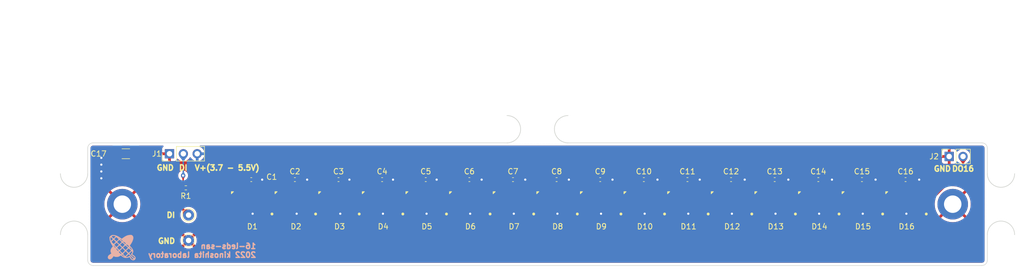
<source format=kicad_pcb>
(kicad_pcb (version 20211014) (generator pcbnew)
  (layers (0 "F.Cu" signal) (31 "B.Cu" signal) (34 "B.Paste" user) (35 "F.Paste" user) (36 "B.SilkS" user "B.Silkscreen") (37 "F.SilkS" user "F.Silkscreen") (38 "B.Mask" user) (39 "F.Mask" user) (44 "Edge.Cuts" user))
  (net 0 "")
  (net 1 "VCC")
  (net 2 "GND")
  (net 3 "DI")
  (net 4 "Net-(D1-Pad2)")
  (net 5 "Net-(D2-Pad2)")
  (net 6 "Net-(D3-Pad2)")
  (net 7 "Net-(D4-Pad2)")
  (net 8 "Net-(D5-Pad2)")
  (net 9 "Net-(D6-Pad2)")
  (net 10 "Net-(D7-Pad2)")
  (net 11 "D8_OUT")
  (net 12 "Net-(D10-Pad2)")
  (net 13 "Net-(D11-Pad2)")
  (net 14 "Net-(D12-Pad2)")
  (net 15 "Net-(D13-Pad2)")
  (net 16 "Net-(D14-Pad2)")
  (net 17 "Net-(D15-Pad2)")
  (net 18 "Net-(D16-Pad2)")
  (net 19 "TP2")
  (net 20 "Net-(D10-Pad3)")
  (footprint "Capacitor_SMD:C_0402_1005Metric_Pad0.74x0.62mm_HandSolder" (layer "F.Cu") (at 153 54.25 180)
    (fp_text reference "C7")
    (fp_text value "0.1u")
  )
  (footprint "16-leds-san:LED_NeoPixel_XL-5050RGBC-WS2812B" (layer "F.Cu") (at 169.2 58.75 180)
    (fp_text reference "D9")
    (fp_text value "WS2812B")
  )
  (footprint "16-leds-san:LED_NeoPixel_XL-5050RGBC-WS2812B" (layer "F.Cu") (at 185.2 58.75 180)
    (fp_text reference "D11")
    (fp_text value "WS2812B")
  )
  (footprint "Capacitor_SMD:C_0402_1005Metric_Pad0.74x0.62mm_HandSolder" (layer "F.Cu") (at 137 54.25 180)
    (fp_text reference "C5")
    (fp_text value "0.1u")
  )
  (footprint "Capacitor_SMD:C_0402_1005Metric_Pad0.74x0.62mm_HandSolder" (layer "F.Cu") (at 113 54.25 180)
    (fp_text reference "C2")
    (fp_text value "0.1u")
  )
  (footprint "Capacitor_SMD:C_0402_1005Metric_Pad0.74x0.62mm_HandSolder" (layer "F.Cu") (at 225 54.25 180)
    (fp_text reference "C16")
    (fp_text value "0.1u")
  )
  (footprint "16-leds-san:LED_NeoPixel_XL-5050RGBC-WS2812B" (layer "F.Cu") (at 193.2 58.75 180)
    (fp_text reference "D12")
    (fp_text value "WS2812B")
  )
  (footprint "TestPoint:TestPoint_THTPad_D2.0mm_Drill1.0mm" (layer "F.Cu") (at 93.5 60.75 -90)
    (fp_text reference "TP2" hide)
    (fp_text value "TestPoint")
  )
  (footprint "my_footprint:pcb_mousebyte_5mm" (layer "F.Cu") (at 72.5 58.75 90)
    (fp_text reference "REF**" hide)
    (fp_text value "pcb_mousebyte_5mm")
    (fp_arc (start -5.6 -2.5) (mid -3.1 0) (end -5.6 2.5) (layer "Edge.Cuts") (width 0.12))
    (fp_arc (start 5.6 2.5) (mid 3.1 0) (end 5.6 -2.5) (layer "Edge.Cuts") (width 0.12))
  )
  (footprint "Capacitor_SMD:C_1206_3216Metric_Pad1.33x1.80mm_HandSolder" (layer "F.Cu") (at 82 49.5)
    (fp_text reference "C17")
    (fp_text value "100u")
  )
  (footprint "Capacitor_SMD:C_0402_1005Metric_Pad0.74x0.62mm_HandSolder" (layer "F.Cu") (at 161 54.25 180)
    (fp_text reference "C8")
    (fp_text value "0.1u")
  )
  (footprint "Capacitor_SMD:C_0402_1005Metric_Pad0.74x0.62mm_HandSolder" (layer "F.Cu") (at 129 54.25 180)
    (fp_text reference "C4")
    (fp_text value "0.1u")
  )
  (footprint "16-leds-san:LED_NeoPixel_XL-5050RGBC-WS2812B" (layer "F.Cu") (at 217.2 58.75 180)
    (fp_text reference "D15")
    (fp_text value "WS2812B")
  )
  (footprint "16-leds-san:LED_NeoPixel_XL-5050RGBC-WS2812B" (layer "F.Cu") (at 121.2 58.75 180)
    (fp_text reference "D3")
    (fp_text value "WS2812B")
  )
  (footprint "16-leds-san:LED_NeoPixel_XL-5050RGBC-WS2812B" (layer "F.Cu") (at 225.2 58.75 180)
    (fp_text reference "D16")
    (fp_text value "WS2812B")
  )
  (footprint "16-leds-san:LED_NeoPixel_XL-5050RGBC-WS2812B" (layer "F.Cu") (at 113.2 58.75 180)
    (fp_text reference "D2")
    (fp_text value "WS2812B")
  )
  (footprint "Capacitor_SMD:C_0402_1005Metric_Pad0.74x0.62mm_HandSolder" (layer "F.Cu") (at 145 54.25 180)
    (fp_text reference "C6")
    (fp_text value "0.1u")
  )
  (footprint "Capacitor_SMD:C_0402_1005Metric_Pad0.74x0.62mm_HandSolder" (layer "F.Cu") (at 217 54.25 180)
    (fp_text reference "C15")
    (fp_text value "0.1u")
  )
  (footprint "Capacitor_SMD:C_0402_1005Metric_Pad0.74x0.62mm_HandSolder" (layer "F.Cu") (at 177 54.25 180)
    (fp_text reference "C10")
    (fp_text value "0.1u")
  )
  (footprint "16-leds-san:LED_NeoPixel_XL-5050RGBC-WS2812B" (layer "F.Cu") (at 161.2 58.75 180)
    (fp_text reference "D8")
    (fp_text value "WS2812B")
  )
  (footprint "16-leds-san:LED_NeoPixel_XL-5050RGBC-WS2812B" (layer "F.Cu") (at 137.2 58.75 180)
    (fp_text reference "D5")
    (fp_text value "WS2812B")
  )
  (footprint "16-leds-san:LED_NeoPixel_XL-5050RGBC-WS2812B" (layer "F.Cu") (at 105.2 58.75 180)
    (fp_text reference "D1")
    (fp_text value "WS2812B")
  )
  (footprint "Resistor_SMD:R_0402_1005Metric_Pad0.72x0.64mm_HandSolder" (layer "F.Cu") (at 93 55.75)
    (fp_text reference "R1")
    (fp_text value "470")
  )
  (footprint "16-leds-san:LED_NeoPixel_XL-5050RGBC-WS2812B" (layer "F.Cu") (at 209.2 58.75 180)
    (fp_text reference "D14")
    (fp_text value "WS2812B")
  )
  (footprint "16-leds-san:LED_NeoPixel_XL-5050RGBC-WS2812B" (layer "F.Cu") (at 177.2 58.75 180)
    (fp_text reference "D10")
    (fp_text value "WS2812B")
  )
  (footprint "Capacitor_SMD:C_0402_1005Metric_Pad0.74x0.62mm_HandSolder" (layer "F.Cu") (at 121 54.25 180)
    (fp_text reference "C3")
    (fp_text value "0.1u")
  )
  (footprint "Capacitor_SMD:C_0402_1005Metric_Pad0.74x0.62mm_HandSolder" (layer "F.Cu") (at 209 54.25 180)
    (fp_text reference "C14")
    (fp_text value "0.1u")
  )
  (footprint "MountingHole:MountingHole_3.2mm_M3_DIN965_Pad" (layer "F.Cu") (at 233.65 58.75)
    (fp_text reference "H2" hide)
    (fp_text value "MountingHole_Pad" hide)
  )
  (footprint "16-leds-san:LED_NeoPixel_XL-5050RGBC-WS2812B" (layer "F.Cu") (at 201.2 58.75 180)
    (fp_text reference "D13")
    (fp_text value "WS2812B")
  )
  (footprint "Capacitor_SMD:C_0402_1005Metric_Pad0.74x0.62mm_HandSolder" (layer "F.Cu") (at 201 54.25 180)
    (fp_text reference "C13")
    (fp_text value "0.1u")
  )
  (footprint "16-leds-san:LED_NeoPixel_XL-5050RGBC-WS2812B" (layer "F.Cu") (at 153.2 58.75 180)
    (fp_text reference "D7")
    (fp_text value "WS2812B")
  )
  (footprint "my_footprint:pcb_mousebyte_5mm" (layer "F.Cu") (at 242.5 58.75 90)
    (fp_text reference "REF**" hide)
    (fp_text value "pcb_mousebyte_5mm")
    (fp_arc (start 5.6 2.5) (mid 3.1 0) (end 5.6 -2.5) (layer "Edge.Cuts") (width 0.12))
    (fp_arc (start -5.6 -2.5) (mid -3.1 0) (end -5.6 2.5) (layer "Edge.Cuts") (width 0.12))
  )
  (footprint "Capacitor_SMD:C_0402_1005Metric_Pad0.74x0.62mm_HandSolder" (layer "F.Cu") (at 169 54.25 180)
    (fp_text reference "C9")
    (fp_text value "0.1u")
  )
  (footprint "Capacitor_SMD:C_0402_1005Metric_Pad0.74x0.62mm_HandSolder" (layer "F.Cu") (at 105 54.25 180)
    (fp_text reference "C1")
    (fp_text value "0.1u")
  )
  (footprint "Connector_PinHeader_2.54mm:PinHeader_1x03_P2.54mm_Vertical" (layer "F.Cu") (at 90 49.5 90)
    (fp_text reference "J1")
    (fp_text value "Conn_01x03")
  )
  (footprint "Capacitor_SMD:C_0402_1005Metric_Pad0.74x0.62mm_HandSolder" (layer "F.Cu") (at 193 54.25 180)
    (fp_text reference "C12")
    (fp_text value "0.1u")
  )
  (footprint "MountingHole:MountingHole_3.2mm_M3_DIN965_Pad" (layer "F.Cu") (at 81.35 58.75)
    (fp_text reference "H1" hide)
    (fp_text value "MountingHole_Pad" hide)
  )
  (footprint "Connector_PinSocket_2.54mm:PinSocket_1x02_P2.54mm_Vertical" (layer "F.Cu") (at 233 50 90)
    (fp_text reference "J2")
    (fp_text value "Conn_01x02")
  )
  (footprint "my_footprint:pcb_mousebyte_5mm" (layer "F.Cu") (at 157.5 45)
    (fp_text reference "REF**" hide)
    (fp_text value "pcb_mousebyte_5mm")
    (fp_arc (start 5.6 2.5) (mid 3.1 0) (end 5.6 -2.5) (layer "Edge.Cuts") (width 0.12))
    (fp_arc (start -5.6 -2.5) (mid -3.1 0) (end -5.6 2.5) (layer "Edge.Cuts") (width 0.12))
  )
  (footprint "TestPoint:TestPoint_THTPad_D2.0mm_Drill1.0mm" (layer "F.Cu") (at 93.5 65.4 -90)
    (fp_text reference "TP1" hide)
    (fp_text value "TestPoint")
  )
  (footprint "16-leds-san:LED_NeoPixel_XL-5050RGBC-WS2812B" (layer "F.Cu") (at 145.2 58.75 180)
    (fp_text reference "D6")
    (fp_text value "WS2812B")
  )
  (footprint "Capacitor_SMD:C_0402_1005Metric_Pad0.74x0.62mm_HandSolder" (layer "F.Cu") (at 185 54.25 180)
    (fp_text reference "C11")
    (fp_text value "0.1u")
  )
  (footprint "16-leds-san:LED_NeoPixel_XL-5050RGBC-WS2812B" (layer "F.Cu") (at 129.2 58.75 180)
    (fp_text reference "D4")
    (fp_text value "WS2812B")
  )
  (footprint "my_footprint:kinoshita-logo_simplified_600dpi" (layer "B.Cu") (at 81.25 66.712331 180)
    (fp_text reference "G***" hide)
    (fp_text value "LOGO" hide)
  )
  (gr_arc (start 239 47.5) (mid 239.707107 47.792893) (end 240 48.5) (layer "Edge.Cuts") (width 0.1))
  (gr_arc (start 75 48.5) (mid 75.292893 47.792893) (end 76 47.5) (layer "Edge.Cuts") (width 0.1))
  (gr_line (start 163.1 47.5) (end 239 47.5) (layer "Edge.Cuts") (width 0.1))
  (gr_line (start 76 47.5) (end 151.9 47.5) (layer "Edge.Cuts") (width 0.1))
  (gr_arc (start 76 70) (mid 75.292893 69.707107) (end 75 69) (layer "Edge.Cuts") (width 0.1))
  (gr_line (start 240 48.5) (end 240 53.15) (layer "Edge.Cuts") (width 0.1))
  (gr_line (start 240 64.35) (end 240 69) (layer "Edge.Cuts") (width 0.1))
  (gr_arc (start 240 69) (mid 239.707107 69.707107) (end 239 70) (layer "Edge.Cuts") (width 0.1))
  (gr_line (start 75 48.5) (end 75 53.15) (layer "Edge.Cuts") (width 0.1))
  (gr_line (start 239 70) (end 76 70) (layer "Edge.Cuts") (width 0.1))
  (gr_line (start 75 64.35) (end 75 69) (layer "Edge.Cuts") (width 0.1))
  (gr_text "16-leds-san\n2022 kinoshita laboratory" (at 106 67.25) (layer "B.SilkS") (effects (font (size 1 1) (thickness 0.25)) (justify left mirror)))
  (gr_text "DI" (at 90.25 60.75) (layer "F.SilkS") (effects (font (size 1 1) (thickness 0.25))))
  (gr_text "V+(3.7 - 5.5V)" (at 94.5 52.072) (layer "F.SilkS") (effects (font (size 1 1) (thickness 0.25)) (justify left)))
  (gr_text "DO16" (at 235.54 52.25) (layer "F.SilkS") (effects (font (size 1 1) (thickness 0.25))))
  (gr_text "GND" (at 89.224 52.072) (layer "F.SilkS") (effects (font (size 1 1) (thickness 0.25))))
  (gr_text "GND" (at 89.464285 65.5) (layer "F.SilkS") (effects (font (size 1 1) (thickness 0.25))))
  (gr_text "DI" (at 92.526 52.072) (layer "F.SilkS") (effects (font (size 1 1) (thickness 0.25))))
  (gr_text "GND" (at 231.75 52.25) (layer "F.SilkS") (effects (font (size 1 1) (thickness 0.25))))
  (segment (start 107.6 60.5) (end 105.25 60.5) (width 0.25) (layer "F.Cu") (net 1))
  (segment (start 139.5 60.5) (end 137.15 60.5) (width 0.25) (layer "F.Cu") (net 1))
  (segment (start 115.675 60.5) (end 113.325 60.5) (width 0.25) (layer "F.Cu") (net 1))
  (segment (start 227.5 60.5) (end 225.15 60.5) (width 0.25) (layer "F.Cu") (net 1))
  (segment (start 217.5675 54.25) (end 219.5 54.25) (width 0.25) (layer "F.Cu") (net 1))
  (segment (start 185.5675 54.25) (end 187.25 54.25) (width 0.25) (layer "F.Cu") (net 1))
  (segment (start 187.5 60.5) (end 185.15 60.5) (width 0.25) (layer "F.Cu") (net 1))
  (segment (start 77.5 50.25) (end 77.5 51.5) (width 0.25) (layer "F.Cu") (net 1))
  (segment (start 219.5 60.5) (end 217.15 60.5) (width 0.25) (layer "F.Cu") (net 1))
  (segment (start 129.5675 54.25) (end 131 54.25) (width 0.25) (layer "F.Cu") (net 1))
  (segment (start 153.5675 54.25) (end 155.25 54.25) (width 0.25) (layer "F.Cu") (net 1))
  (segment (start 79.875 49.5) (end 78.25 49.5) (width 0.25) (layer "F.Cu") (net 1))
  (segment (start 225.5675 54.25) (end 227.5 54.25) (width 0.25) (layer "F.Cu") (net 1))
  (segment (start 195.5 60.5) (end 193.15 60.5) (width 0.25) (layer "F.Cu") (net 1))
  (segment (start 169.5675 54.25) (end 171.25 54.25) (width 0.25) (layer "F.Cu") (net 1))
  (segment (start 171.5 60.5) (end 169.15 60.5) (width 0.25) (layer "F.Cu") (net 1))
  (segment (start 107 54.25) (end 105.5675 54.25) (width 0.25) (layer "F.Cu") (net 1))
  (segment (start 193.5675 54.25) (end 195.5 54.25) (width 0.25) (layer "F.Cu") (net 1))
  (segment (start 209.5675 54.25) (end 211.5 54.25) (width 0.25) (layer "F.Cu") (net 1))
  (segment (start 121.5675 54.25) (end 123 54.25) (width 0.25) (layer "F.Cu") (net 1))
  (segment (start 211.5 60.5) (end 209.15 60.5) (width 0.25) (layer "F.Cu") (net 1))
  (segment (start 113.5675 54.25) (end 115.25 54.25) (width 0.25) (layer "F.Cu") (net 1))
  (segment (start 147.5 60.5) (end 145.15 60.5) (width 0.25) (layer "F.Cu") (net 1))
  (segment (start 179.5 60.5) (end 177.15 60.5) (width 0.25) (layer "F.Cu") (net 1))
  (segment (start 77.5 52.75) (end 77.5 54) (width 0.25) (layer "F.Cu") (net 1))
  (segment (start 163.5 60.5) (end 161.15 60.5) (width 0.25) (layer "F.Cu") (net 1))
  (segment (start 77.5 51.5) (end 77.5 52.75) (width 0.25) (layer "F.Cu") (net 1))
  (segment (start 78.25 49.5) (end 77.5 50.25) (width 0.25) (layer "F.Cu") (net 1))
  (segment (start 123.675 60.5) (end 121.325 60.5) (width 0.25) (layer "F.Cu") (net 1))
  (segment (start 201.5675 54.25) (end 203.5 54.25) (width 0.25) (layer "F.Cu") (net 1))
  (segment (start 177.5675 54.25) (end 179.5 54.25) (width 0.25) (layer "F.Cu") (net 1))
  (segment (start 155.5 60.5) (end 153.15 60.5) (width 0.25) (layer "F.Cu") (net 1))
  (segment (start 137.5675 54.25) (end 139 54.25) (width 0.25) (layer "F.Cu") (net 1))
  (segment (start 145.5675 54.25) (end 147.25 54.25) (width 0.25) (layer "F.Cu") (net 1))
  (segment (start 131.5 60.5) (end 129.15 60.5) (width 0.25) (layer "F.Cu") (net 1))
  (segment (start 203.5 60.5) (end 201.15 60.5) (width 0.25) (layer "F.Cu") (net 1))
  (segment (start 161.5675 54.25) (end 163.25 54.25) (width 0.25) (layer "F.Cu") (net 1))
  (via (at 209.15 60.5) (size 0.8) (drill 0.4) (layers "F.Cu" "B.Cu") (net 1))
  (via (at 153.15 60.5) (size 0.8) (drill 0.4) (layers "F.Cu" "B.Cu") (net 1))
  (via (at 107 54.25) (size 0.8) (drill 0.4) (layers "F.Cu" "B.Cu") (net 1))
  (via (at 195.5 54.25) (size 0.8) (drill 0.4) (layers "F.Cu" "B.Cu") (net 1))
  (via (at 211.5 54.25) (size 0.8) (drill 0.4) (layers "F.Cu" "B.Cu") (net 1))
  (via (at 163.25 54.25) (size 0.8) (drill 0.4) (layers "F.Cu" "B.Cu") (net 1))
  (via (at 121.325 60.5) (size 0.8) (drill 0.4) (layers "F.Cu" "B.Cu") (net 1))
  (via (at 115.25 54.25) (size 0.8) (drill 0.4) (layers "F.Cu" "B.Cu") (net 1))
  (via (at 161.15 60.5) (size 0.8) (drill 0.4) (layers "F.Cu" "B.Cu") (net 1))
  (via (at 225.15 60.5) (size 0.8) (drill 0.4) (layers "F.Cu" "B.Cu") (net 1))
  (via (at 217.15 60.5) (size 0.8) (drill 0.4) (layers "F.Cu" "B.Cu") (net 1))
  (via (at 185.15 60.5) (size 0.8) (drill 0.4) (layers "F.Cu" "B.Cu") (net 1))
  (via (at 131 54.25) (size 0.8) (drill 0.4) (layers "F.Cu" "B.Cu") (net 1))
  (via (at 187.25 54.25) (size 0.8) (drill 0.4) (layers "F.Cu" "B.Cu") (net 1))
  (via (at 105.25 60.5) (size 0.8) (drill 0.4) (layers "F.Cu" "B.Cu") (net 1))
  (via (at 139 54.25) (size 0.8) (drill 0.4) (layers "F.Cu" "B.Cu") (net 1))
  (via (at 129.15 60.5) (size 0.8) (drill 0.4) (layers "F.Cu" "B.Cu") (net 1))
  (via (at 179.5 54.25) (size 0.8) (drill 0.4) (layers "F.Cu" "B.Cu") (net 1))
  (via (at 169.15 60.5) (size 0.8) (drill 0.4) (layers "F.Cu" "B.Cu") (net 1))
  (via (at 201.15 60.5) (size 0.8) (drill 0.4) (layers "F.Cu" "B.Cu") (net 1))
  (via (at 219.5 54.25) (size 0.8) (drill 0.4) (layers "F.Cu" "B.Cu") (net 1))
  (via (at 203.5 54.25) (size 0.8) (drill 0.4) (layers "F.Cu" "B.Cu") (net 1))
  (via (at 171.25 54.25) (size 0.8) (drill 0.4) (layers "F.Cu" "B.Cu") (net 1))
  (via (at 137.15 60.5) (size 0.8) (drill 0.4) (layers "F.Cu" "B.Cu") (net 1))
  (via (at 123 54.25) (size 0.8) (drill 0.4) (layers "F.Cu" "B.Cu") (net 1))
  (via (at 77.5 52.75) (size 0.8) (drill 0.4) (layers "F.Cu" "B.Cu") (net 1))
  (via (at 113.325 60.5) (size 0.8) (drill 0.4) (layers "F.Cu" "B.Cu") (net 1))
  (via (at 77.5 54) (size 0.8) (drill 0.4) (layers "F.Cu" "B.Cu") (net 1))
  (via (at 193.15 60.5) (size 0.8) (drill 0.4) (layers "F.Cu" "B.Cu") (net 1))
  (via (at 177.15 60.5) (size 0.8) (drill 0.4) (layers "F.Cu" "B.Cu") (net 1))
  (via (at 227.5 54.25) (size 0.8) (drill 0.4) (layers "F.Cu" "B.Cu") (net 1))
  (via (at 145.15 60.5) (size 0.8) (drill 0.4) (layers "F.Cu" "B.Cu") (net 1))
  (via (at 155.25 54.25) (size 0.8) (drill 0.4) (layers "F.Cu" "B.Cu") (net 1))
  (via (at 77.5 51.5) (size 0.8) (drill 0.4) (layers "F.Cu" "B.Cu") (net 1))
  (via (at 147.25 54.25) (size 0.8) (drill 0.4) (layers "F.Cu" "B.Cu") (net 1))
  (via (at 77.5 50.25) (size 0.8) (drill 0.4) (layers "F.Cu" "B.Cu") (net 1))
  (segment (start 96 55.75) (end 98.8 58.55) (width 0.25) (layer "F.Cu") (net 3))
  (segment (start 93.5975 55.75) (end 96 55.75) (width 0.25) (layer "F.Cu") (net 3))
  (segment (start 98.8 58.55) (end 98.8 59.65) (width 0.25) (layer "F.Cu") (net 3))
  (segment (start 98.8 59.65) (end 99.65 60.5) (width 0.25) (layer "F.Cu") (net 3))
  (segment (start 99.65 60.5) (end 102.8 60.5) (width 0.25) (layer "F.Cu") (net 3))
  (segment (start 107.6 57.3) (end 107.6 57) (width 0.25) (layer "F.Cu") (net 4))
  (segment (start 110.8 60.5) (end 107.6 57.3) (width 0.25) (layer "F.Cu") (net 4))
  (segment (start 118.8 60.5) (end 118.8 60.2) (width 0.25) (layer "F.Cu") (net 5))
  (segment (start 118.8 60.2) (end 115.6 57) (width 0.25) (layer "F.Cu") (net 5))
  (segment (start 123.6 57.3) (end 123.6 57) (width 0.25) (layer "F.Cu") (net 6))
  (segment (start 126.8 60.5) (end 123.6 57.3) (width 0.25) (layer "F.Cu") (net 6))
  (segment (start 134.8 60.5) (end 131.6 57.3) (width 0.25) (layer "F.Cu") (net 7))
  (segment (start 131.6 57.3) (end 131.6 57) (width 0.25) (layer "F.Cu") (net 7))
  (segment (start 142.8 60.2) (end 139.6 57) (width 0.25) (layer "F.Cu") (net 8))
  (segment (start 142.8 60.5) (end 142.8 60.2) (width 0.25) (layer "F.Cu") (net 8))
  (segment (start 150.8 60.5) (end 147.6 57.3) (width 0.25) (layer "F.Cu") (net 9))
  (segment (start 147.6 57.3) (end 147.6 57) (width 0.25) (layer "F.Cu") (net 9))
  (segment (start 158.8 60.5) (end 158.8 60.2) (width 0.25) (layer "F.Cu") (net 10))
  (segment (start 158.8 60.2) (end 155.6 57) (width 0.25) (layer "F.Cu") (net 10))
  (segment (start 166.8 60.5) (end 166.8 60.2) (width 0.25) (layer "F.Cu") (net 11))
  (segment (start 166.8 60.2) (end 163.6 57) (width 0.25) (layer "F.Cu") (net 11))
  (segment (start 179.6 57.3) (end 179.6 57) (width 0.25) (layer "F.Cu") (net 12))
  (segment (start 182.8 60.5) (end 179.6 57.3) (width 0.25) (layer "F.Cu") (net 12))
  (segment (start 190.8 60.2) (end 187.6 57) (width 0.25) (layer "F.Cu") (net 13))
  (segment (start 190.8 60.5) (end 190.8 60.2) (width 0.25) (layer "F.Cu") (net 13))
  (segment (start 198.8 60.5) (end 195.6 57.3) (width 0.25) (layer "F.Cu") (net 14))
  (segment (start 195.6 57.3) (end 195.6 57) (width 0.25) (layer "F.Cu") (net 14))
  (segment (start 203.6 57.3) (end 203.6 57) (width 0.25) (layer "F.Cu") (net 15))
  (segment (start 206.8 60.5) (end 203.6 57.3) (width 0.25) (layer "F.Cu") (net 15))
  (segment (start 214.8 60.5) (end 214.8 60.2) (width 0.25) (layer "F.Cu") (net 16))
  (segment (start 214.8 60.2) (end 211.6 57) (width 0.25) (layer "F.Cu") (net 16))
  (segment (start 222.8 60.5) (end 219.6 57.3) (width 0.25) (layer "F.Cu") (net 17))
  (segment (start 219.6 57.3) (end 219.6 57) (width 0.25) (layer "F.Cu") (net 17))
  (segment (start 227.6 57) (end 230.75 57) (width 0.25) (layer "F.Cu") (net 18))
  (segment (start 230.75 57) (end 235.54 52.21) (width 0.25) (layer "F.Cu") (net 18))
  (segment (start 235.54 52.21) (end 235.54 50) (width 0.25) (layer "F.Cu") (net 18))
  (segment (start 92.4025 55.75) (end 92.4025 59.6525) (width 0.25) (layer "F.Cu") (net 19))
  (segment (start 92.5 53.5) (end 92.5 55.6525) (width 0.25) (layer "F.Cu") (net 19))
  (segment (start 92.5 55.6525) (end 92.4025 55.75) (width 0.25) (layer "F.Cu") (net 19))
  (segment (start 92.4025 59.6525) (end 93.5 60.75) (width 0.25) (layer "F.Cu") (net 19))
  (via (at 92.5 53.5) (size 0.8) (drill 0.4) (layers "F.Cu" "B.Cu") (net 19))
  (segment (start 92.54 49.5) (end 92.54 53.46) (width 0.25) (layer "B.Cu") (net 19))
  (segment (start 92.54 53.46) (end 92.5 53.5) (width 0.25) (layer "B.Cu") (net 19))
  (segment (start 171.6 57.3) (end 171.6 57) (width 0.25) (layer "F.Cu") (net 20))
  (segment (start 174.8 60.5) (end 171.6 57.3) (width 0.25) (layer "F.Cu") (net 20))
  (zone (net 1) (net_name "VCC") (layer "F.Cu") (priority 16962) (connect_pads yes (clearance 0)) (min_thickness 0.0254) (fill yes (thermal_gap 0.508) (thermal_bridge_width 0.508))
    (polygon (pts (xy 106.04 60.375) (xy 105.949538 60.371733) (xy 105.873777 60.362341) (xy 105.80961 60.347435) (xy 105.753935 60.327625) (xy 105.703647 60.303523) (xy 105.65564 60.275738) (xy 105.606812 60.244883) (xy 105.554058 60.211567) (xy 105.494274 60.176403) (xy 105.424355 60.14) (xy 105.05 60.5) (xy 105.424355 60.86) (xy 105.494274 60.823596) (xy 105.554058 60.788432) (xy 105.606812 60.755116) (xy 105.65564 60.724261) (xy 105.703647 60.696476) (xy 105.753935 60.672374) (xy 105.80961 60.652564) (xy 105.873777 60.637658) (xy 105.949538 60.628266) (xy 106.04 60.625)))
  )
  (zone (net 1) (net_name "VCC") (layer "F.Cu") (priority 16962) (connect_pads yes (clearance 0)) (min_thickness 0.0254) (fill yes (thermal_gap 0.508) (thermal_bridge_width 0.508))
    (polygon (pts (xy 169.94 60.375) (xy 169.849538 60.371733) (xy 169.773777 60.362341) (xy 169.70961 60.347435) (xy 169.653935 60.327625) (xy 169.603647 60.303523) (xy 169.55564 60.275738) (xy 169.506812 60.244883) (xy 169.454058 60.211567) (xy 169.394274 60.176403) (xy 169.324355 60.14) (xy 168.95 60.5) (xy 169.324355 60.86) (xy 169.394274 60.823596) (xy 169.454058 60.788432) (xy 169.506812 60.755116) (xy 169.55564 60.724261) (xy 169.603647 60.696476) (xy 169.653935 60.672374) (xy 169.70961 60.652564) (xy 169.773777 60.637658) (xy 169.849538 60.628266) (xy 169.94 60.625)))
  )
  (zone (net 1) (net_name "VCC") (layer "F.Cu") (priority 16962) (connect_pads yes (clearance 0)) (min_thickness 0.0254) (fill yes (thermal_gap 0.508) (thermal_bridge_width 0.508))
    (polygon (pts (xy 217.94 60.375) (xy 217.849538 60.371733) (xy 217.773777 60.362341) (xy 217.70961 60.347435) (xy 217.653935 60.327625) (xy 217.603647 60.303523) (xy 217.55564 60.275738) (xy 217.506812 60.244883) (xy 217.454058 60.211567) (xy 217.394274 60.176403) (xy 217.324355 60.14) (xy 216.95 60.5) (xy 217.324355 60.86) (xy 217.394274 60.823596) (xy 217.454058 60.788432) (xy 217.506812 60.755116) (xy 217.55564 60.724261) (xy 217.603647 60.696476) (xy 217.653935 60.672374) (xy 217.70961 60.652564) (xy 217.773777 60.637658) (xy 217.849538 60.628266) (xy 217.94 60.625)))
  )
  (zone (net 1) (net_name "VCC") (layer "F.Cu") (priority 16962) (connect_pads yes (clearance 0)) (min_thickness 0.0254) (fill yes (thermal_gap 0.508) (thermal_bridge_width 0.508))
    (polygon (pts (xy 130.4 60.625) (xy 130.540059 60.631344) (xy 130.655888 60.649402) (xy 130.752722 60.677711) (xy 130.835796 60.714807) (xy 130.910346 60.759228) (xy 130.981607 60.809511) (xy 131.054814 60.864192) (xy 131.135202 60.92181) (xy 131.228008 60.9809) (xy 131.338467 61.04) (xy 131.9 60.5) (xy 131.338467 59.96) (xy 131.228008 60.019099) (xy 131.135202 60.078189) (xy 131.054814 60.135807) (xy 130.981607 60.190488) (xy 130.910346 60.240771) (xy 130.835796 60.285192) (xy 130.752722 60.322288) (xy 130.655888 60.350597) (xy 130.540059 60.368655) (xy 130.4 60.375)))
  )
  (zone (net 1) (net_name "VCC") (layer "F.Cu") (priority 16962) (connect_pads yes (clearance 0)) (min_thickness 0.0254) (fill yes (thermal_gap 0.508) (thermal_bridge_width 0.508))
    (polygon (pts (xy 177.94 60.375) (xy 177.849538 60.371733) (xy 177.773777 60.362341) (xy 177.70961 60.347435) (xy 177.653935 60.327625) (xy 177.603647 60.303523) (xy 177.55564 60.275738) (xy 177.506812 60.244883) (xy 177.454058 60.211567) (xy 177.394274 60.176403) (xy 177.324355 60.14) (xy 176.95 60.5) (xy 177.324355 60.86) (xy 177.394274 60.823596) (xy 177.454058 60.788432) (xy 177.506812 60.755116) (xy 177.55564 60.724261) (xy 177.603647 60.696476) (xy 177.653935 60.672374) (xy 177.70961 60.652564) (xy 177.773777 60.637658) (xy 177.849538 60.628266) (xy 177.94 60.625)))
  )
  (zone (net 1) (net_name "VCC") (layer "F.Cu") (priority 16962) (connect_pads yes (clearance 0)) (min_thickness 0.0254) (fill yes (thermal_gap 0.508) (thermal_bridge_width 0.508))
    (polygon (pts (xy 193.94 60.375) (xy 193.849538 60.371733) (xy 193.773777 60.362341) (xy 193.70961 60.347435) (xy 193.653935 60.327625) (xy 193.603647 60.303523) (xy 193.55564 60.275738) (xy 193.506812 60.244883) (xy 193.454058 60.211567) (xy 193.394274 60.176403) (xy 193.324355 60.14) (xy 192.95 60.5) (xy 193.324355 60.86) (xy 193.394274 60.823596) (xy 193.454058 60.788432) (xy 193.506812 60.755116) (xy 193.55564 60.724261) (xy 193.603647 60.696476) (xy 193.653935 60.672374) (xy 193.70961 60.652564) (xy 193.773777 60.637658) (xy 193.849538 60.628266) (xy 193.94 60.625)))
  )
  (zone (net 1) (net_name "VCC") (layer "F.Cu") (priority 16962) (connect_pads yes (clearance 0)) (min_thickness 0.0254) (fill yes (thermal_gap 0.508) (thermal_bridge_width 0.508))
    (polygon (pts (xy 161.94 60.375) (xy 161.849538 60.371733) (xy 161.773777 60.362341) (xy 161.70961 60.347435) (xy 161.653935 60.327625) (xy 161.603647 60.303523) (xy 161.55564 60.275738) (xy 161.506812 60.244883) (xy 161.454058 60.211567) (xy 161.394274 60.176403) (xy 161.324355 60.14) (xy 160.95 60.5) (xy 161.324355 60.86) (xy 161.394274 60.823596) (xy 161.454058 60.788432) (xy 161.506812 60.755116) (xy 161.55564 60.724261) (xy 161.603647 60.696476) (xy 161.653935 60.672374) (xy 161.70961 60.652564) (xy 161.773777 60.637658) (xy 161.849538 60.628266) (xy 161.94 60.625)))
  )
  (zone (net 1) (net_name "VCC") (layer "F.Cu") (priority 16962) (connect_pads yes (clearance 0)) (min_thickness 0.0254) (fill yes (thermal_gap 0.508) (thermal_bridge_width 0.508))
    (polygon (pts (xy 77.625 52.29) (xy 77.628266 52.199538) (xy 77.637658 52.123777) (xy 77.652564 52.05961) (xy 77.672374 52.003935) (xy 77.696476 51.953647) (xy 77.724261 51.90564) (xy 77.755116 51.856812) (xy 77.788432 51.804058) (xy 77.823596 51.744274) (xy 77.86 51.674355) (xy 77.5 51.3) (xy 77.14 51.674355) (xy 77.176403 51.744274) (xy 77.211567 51.804058) (xy 77.244883 51.856812) (xy 77.275738 51.90564) (xy 77.303523 51.953647) (xy 77.327625 52.003935) (xy 77.347435 52.05961) (xy 77.362341 52.123777) (xy 77.371733 52.199538) (xy 77.375 52.29)))
  )
  (zone (net 3) (net_name "DI") (layer "F.Cu") (priority 16962) (connect_pads yes (clearance 0)) (min_thickness 0.0254) (fill yes (thermal_gap 0.508) (thermal_bridge_width 0.508))
    (polygon (pts (xy 101.61 60.625) (xy 101.748766 60.631391) (xy 101.863438 60.649569) (xy 101.959226 60.67804) (xy 102.041337 60.715308) (xy 102.11498 60.759881) (xy 102.185363 60.810263) (xy 102.257694 60.86496) (xy 102.337183 60.922478) (xy 102.429038 60.981323) (xy 102.538467 61.04) (xy 103.1 60.5) (xy 102.538467 59.96) (xy 102.429038 60.018676) (xy 102.337183 60.077521) (xy 102.257694 60.135039) (xy 102.185363 60.189736) (xy 102.11498 60.240118) (xy 102.041337 60.284691) (xy 101.959226 60.321959) (xy 101.863438 60.35043) (xy 101.748766 60.368608) (xy 101.61 60.375)))
  )
  (zone (net 1) (net_name "VCC") (layer "F.Cu") (priority 16962) (connect_pads yes (clearance 0)) (min_thickness 0.0254) (fill yes (thermal_gap 0.508) (thermal_bridge_width 0.508))
    (polygon (pts (xy 138.1775 54.125) (xy 138.108597 54.123133) (xy 138.050214 54.117678) (xy 138.000192 54.108853) (xy 137.956369 54.096876) (xy 137.916585 54.081963) (xy 137.878679 54.064334) (xy 137.840491 54.044205) (xy 137.799859 54.021795) (xy 137.754624 53.99732) (xy 137.702625 53.971) (xy 137.4125 54.25) (xy 137.702625 54.529) (xy 137.754624 54.502679) (xy 137.799859 54.478204) (xy 137.840491 54.455794) (xy 137.878679 54.435665) (xy 137.916585 54.418036) (xy 137.956369 54.403123) (xy 138.000192 54.391146) (xy 138.050214 54.382321) (xy 138.108597 54.376866) (xy 138.1775 54.375)))
  )
  (zone (net 5) (net_name "Net-(D2-Pad2)") (layer "F.Cu") (priority 16962) (connect_pads yes (clearance 0)) (min_thickness 0.0254) (fill yes (thermal_gap 0.508) (thermal_bridge_width 0.508))
    (polygon (pts (xy 118.039861 59.616638) (xy 118.120416 59.706316) (xy 118.177284 59.789641) (xy 118.21397 59.86875) (xy 118.233981 59.945781) (xy 118.240822 60.022875) (xy 118.238 60.102168) (xy 118.229022 60.185801) (xy 118.217393 60.27591) (xy 118.206621 60.374636) (xy 118.200211 60.484117) (xy 118.923573 60.773367) (xy 119.184332 60.039252) (xy 119.075313 59.955935) (xy 118.975697 59.893239) (xy 118.882977 59.845379) (xy 118.79465 59.806571) (xy 118.708209 59.771029) (xy 118.621151 59.73297) (xy 118.530969 59.686608) (xy 118.43516 59.626159) (xy 118.331217 59.545838) (xy 118.216638 59.439861)))
  )
  (zone (net 1) (net_name "VCC") (layer "F.Cu") (priority 16962) (connect_pads yes (clearance 0)) (min_thickness 0.0254) (fill yes (thermal_gap 0.508) (thermal_bridge_width 0.508))
    (polygon (pts (xy 106.41 60.625) (xy 106.548766 60.631391) (xy 106.663438 60.649569) (xy 106.759226 60.67804) (xy 106.841337 60.715308) (xy 106.91498 60.759881) (xy 106.985363 60.810263) (xy 107.057694 60.86496) (xy 107.137183 60.922478) (xy 107.229038 60.981323) (xy 107.338467 61.04) (xy 107.9 60.5) (xy 107.338467 59.96) (xy 107.229038 60.018676) (xy 107.137183 60.077521) (xy 107.057694 60.135039) (xy 106.985363 60.189736) (xy 106.91498 60.240118) (xy 106.841337 60.284691) (xy 106.759226 60.321959) (xy 106.663438 60.35043) (xy 106.548766 60.368608) (xy 106.41 60.375)))
  )
  (zone (net 20) (net_name "Net-(D10-Pad3)") (layer "F.Cu") (priority 16962) (connect_pads yes (clearance 0)) (min_thickness 0.0254) (fill yes (thermal_gap 0.508) (thermal_bridge_width 0.508))
    (polygon (pts (xy 173.870155 59.746932) (xy 173.963757 59.849573) (xy 174.031989 59.943513) (xy 174.079589 60.031376) (xy 174.111298 60.11579) (xy 174.131854 60.199381) (xy 174.145996 60.284774) (xy 174.158466 60.374597) (xy 174.174002 60.471476) (xy 174.197343 60.578036) (xy 174.23323 60.696905) (xy 175.012132 60.712132) (xy 174.996905 59.93323) (xy 174.878036 59.897343) (xy 174.771476 59.874002) (xy 174.674597 59.858466) (xy 174.584774 59.845996) (xy 174.499381 59.831854) (xy 174.41579 59.811298) (xy 174.331376 59.779589) (xy 174.243513 59.731989) (xy 174.149573 59.663757) (xy 174.046932 59.570155)))
  )
  (zone (net 18) (net_name "Net-(D16-Pad2)") (layer "F.Cu") (priority 16962) (connect_pads yes (clearance 0)) (min_thickness 0.0254) (fill yes (thermal_gap 0.508) (thermal_bridge_width 0.508))
    (polygon (pts (xy 228.79 56.875) (xy 228.651233 56.868608) (xy 228.536561 56.85043) (xy 228.440773 56.821959) (xy 228.358662 56.784691) (xy 228.285019 56.740118) (xy 228.214636 56.689736) (xy 228.142305 56.635039) (xy 228.062816 56.577521) (xy 227.970961 56.518676) (xy 227.861533 56.46) (xy 227.3 57) (xy 227.861533 57.54) (xy 227.970961 57.481323) (xy 228.062816 57.422478) (xy 228.142305 57.36496) (xy 228.214636 57.310263) (xy 228.285019 57.259881) (xy 228.358662 57.215308) (xy 228.440773 57.17804) (xy 228.536561 57.149569) (xy 228.651233 57.131391) (xy 228.79 57.125)))
  )
  (zone (net 16) (net_name "Net-(D14-Pad2)") (layer "F.Cu") (priority 16962) (connect_pads yes (clearance 0)) (min_thickness 0.0254) (fill yes (thermal_gap 0.508) (thermal_bridge_width 0.508))
    (polygon (pts (xy 214.039861 59.616638) (xy 214.120416 59.706316) (xy 214.177284 59.789641) (xy 214.21397 59.86875) (xy 214.233981 59.945781) (xy 214.240822 60.022875) (xy 214.238 60.102168) (xy 214.229022 60.185801) (xy 214.217393 60.27591) (xy 214.206621 60.374636) (xy 214.200211 60.484117) (xy 214.923573 60.773367) (xy 215.184332 60.039252) (xy 215.075313 59.955935) (xy 214.975697 59.893239) (xy 214.882977 59.845379) (xy 214.79465 59.806571) (xy 214.708209 59.771029) (xy 214.621151 59.73297) (xy 214.530969 59.686608) (xy 214.43516 59.626159) (xy 214.331217 59.545838) (xy 214.216638 59.439861)))
  )
  (zone (net 1) (net_name "VCC") (layer "F.Cu") (priority 16962) (connect_pads yes (clearance 0)) (min_thickness 0.0254) (fill yes (thermal_gap 0.508) (thermal_bridge_width 0.508))
    (polygon (pts (xy 210.4 60.625) (xy 210.540059 60.631344) (xy 210.655888 60.649402) (xy 210.752722 60.677711) (xy 210.835796 60.714807) (xy 210.910346 60.759228) (xy 210.981607 60.809511) (xy 211.054814 60.864192) (xy 211.135202 60.92181) (xy 211.228008 60.9809) (xy 211.338467 61.04) (xy 211.9 60.5) (xy 211.338467 59.96) (xy 211.228008 60.019099) (xy 211.135202 60.078189) (xy 211.054814 60.135807) (xy 210.981607 60.190488) (xy 210.910346 60.240771) (xy 210.835796 60.285192) (xy 210.752722 60.322288) (xy 210.655888 60.350597) (xy 210.540059 60.368655) (xy 210.4 60.375)))
  )
  (zone (net 19) (net_name "TP2") (layer "F.Cu") (priority 16962) (connect_pads yes (clearance 0)) (min_thickness 0.0254) (fill yes (thermal_gap 0.508) (thermal_bridge_width 0.508))
    (polygon (pts (xy 92.2775 59.2046) (xy 92.28373 59.418904) (xy 92.30064 59.598718) (xy 92.325559 59.751997) (xy 92.35582 59.886692) (xy 92.38875 60.010757) (xy 92.42168 60.132145) (xy 92.45194 60.258811) (xy 92.47686 60.398706) (xy 92.49377 60.559784) (xy 92.5 60.75) (xy 93.853553 61.103553) (xy 93.828175 59.805384) (xy 93.646113 59.757305) (xy 93.462753 59.731715) (xy 93.282915 59.71918) (xy 93.111417 59.710267) (xy 92.95308 59.695543) (xy 92.812724 59.665575) (xy 92.695168 59.61093) (xy 92.605232 59.522174) (xy 92.547736 59.389875) (xy 92.5275 59.2046)))
  )
  (zone (net 7) (net_name "Net-(D4-Pad2)") (layer "F.Cu") (priority 16962) (connect_pads yes (clearance 0)) (min_thickness 0.0254) (fill yes (thermal_gap 0.508) (thermal_bridge_width 0.508))
    (polygon (pts (xy 133.870155 59.746932) (xy 133.963757 59.849573) (xy 134.031989 59.943513) (xy 134.079589 60.031376) (xy 134.111298 60.11579) (xy 134.131854 60.199381) (xy 134.145996 60.284774) (xy 134.158466 60.374597) (xy 134.174002 60.471476) (xy 134.197343 60.578036) (xy 134.23323 60.696905) (xy 135.012132 60.712132) (xy 134.996905 59.93323) (xy 134.878036 59.897343) (xy 134.771476 59.874002) (xy 134.674597 59.858466) (xy 134.584774 59.845996) (xy 134.499381 59.831854) (xy 134.41579 59.811298) (xy 134.331376 59.779589) (xy 134.243513 59.731989) (xy 134.149573 59.663757) (xy 134.046932 59.570155)))
  )
  (zone (net 1) (net_name "VCC") (layer "F.Cu") (priority 16962) (connect_pads yes (clearance 0)) (min_thickness 0.0254) (fill yes (thermal_gap 0.508) (thermal_bridge_width 0.508))
    (polygon (pts (xy 209.94 60.375) (xy 209.849538 60.371733) (xy 209.773777 60.362341) (xy 209.70961 60.347435) (xy 209.653935 60.327625) (xy 209.603647 60.303523) (xy 209.55564 60.275738) (xy 209.506812 60.244883) (xy 209.454058 60.211567) (xy 209.394274 60.176403) (xy 209.324355 60.14) (xy 208.95 60.5) (xy 209.324355 60.86) (xy 209.394274 60.823596) (xy 209.454058 60.788432) (xy 209.506812 60.755116) (xy 209.55564 60.724261) (xy 209.603647 60.696476) (xy 209.653935 60.672374) (xy 209.70961 60.652564) (xy 209.773777 60.637658) (xy 209.849538 60.628266) (xy 209.94 60.625)))
  )
  (zone (net 1) (net_name "VCC") (layer "F.Cu") (priority 16962) (connect_pads yes (clearance 0)) (min_thickness 0.0254) (fill yes (thermal_gap 0.508) (thermal_bridge_width 0.508))
    (polygon (pts (xy 77.375 53.21) (xy 77.371733 53.300461) (xy 77.362341 53.376222) (xy 77.347435 53.440389) (xy 77.327625 53.496064) (xy 77.303523 53.546352) (xy 77.275738 53.594359) (xy 77.244883 53.643187) (xy 77.211567 53.695941) (xy 77.176403 53.755725) (xy 77.14 53.825645) (xy 77.5 54.2) (xy 77.86 53.825645) (xy 77.823596 53.755725) (xy 77.788432 53.695941) (xy 77.755116 53.643187) (xy 77.724261 53.594359) (xy 77.696476 53.546352) (xy 77.672374 53.496064) (xy 77.652564 53.440389) (xy 77.637658 53.376222) (xy 77.628266 53.300461) (xy 77.625 53.21)))
  )
  (zone (net 1) (net_name "VCC") (layer "F.Cu") (priority 16962) (connect_pads yes (clearance 0)) (min_thickness 0.0254) (fill yes (thermal_gap 0.508) (thermal_bridge_width 0.508))
    (polygon (pts (xy 186.1775 54.125) (xy 186.108597 54.123133) (xy 186.050214 54.117678) (xy 186.000192 54.108853) (xy 185.956369 54.096876) (xy 185.916585 54.081963) (xy 185.878679 54.064334) (xy 185.840491 54.044205) (xy 185.799859 54.021795) (xy 185.754624 53.99732) (xy 185.702625 53.971) (xy 185.4125 54.25) (xy 185.702625 54.529) (xy 185.754624 54.502679) (xy 185.799859 54.478204) (xy 185.840491 54.455794) (xy 185.878679 54.435665) (xy 185.916585 54.418036) (xy 185.956369 54.403123) (xy 186.000192 54.391146) (xy 186.050214 54.382321) (xy 186.108597 54.376866) (xy 186.1775 54.375)))
  )
  (zone (net 15) (net_name "Net-(D13-Pad2)") (layer "F.Cu") (priority 16962) (connect_pads yes (clearance 0)) (min_thickness 0.0254) (fill yes (thermal_gap 0.508) (thermal_bridge_width 0.508))
    (polygon (pts (xy 205.870155 59.746932) (xy 205.963757 59.849573) (xy 206.031989 59.943513) (xy 206.079589 60.031376) (xy 206.111298 60.11579) (xy 206.131854 60.199381) (xy 206.145996 60.284774) (xy 206.158466 60.374597) (xy 206.174002 60.471476) (xy 206.197343 60.578036) (xy 206.23323 60.696905) (xy 207.012132 60.712132) (xy 206.996905 59.93323) (xy 206.878036 59.897343) (xy 206.771476 59.874002) (xy 206.674597 59.858466) (xy 206.584774 59.845996) (xy 206.499381 59.831854) (xy 206.41579 59.811298) (xy 206.331376 59.779589) (xy 206.243513 59.731989) (xy 206.149573 59.663757) (xy 206.046932 59.570155)))
  )
  (zone (net 1) (net_name "VCC") (layer "F.Cu") (priority 16962) (connect_pads yes (clearance 0)) (min_thickness 0.0254) (fill yes (thermal_gap 0.508) (thermal_bridge_width 0.508))
    (polygon (pts (xy 186.46 54.375) (xy 186.550461 54.378266) (xy 186.626222 54.387658) (xy 186.690389 54.402564) (xy 186.746064 54.422374) (xy 186.796352 54.446476) (xy 186.844359 54.474261) (xy 186.893187 54.505116) (xy 186.945941 54.538432) (xy 187.005725 54.573596) (xy 187.075645 54.61) (xy 187.45 54.25) (xy 187.075645 53.89) (xy 187.005725 53.926403) (xy 186.945941 53.961567) (xy 186.893187 53.994883) (xy 186.844359 54.025738) (xy 186.796352 54.053523) (xy 186.746064 54.077625) (xy 186.690389 54.097435) (xy 186.626222 54.112341) (xy 186.550461 54.121733) (xy 186.46 54.125)))
  )
  (zone (net 1) (net_name "VCC") (layer "F.Cu") (priority 16962) (connect_pads yes (clearance 0)) (min_thickness 0.0254) (fill yes (thermal_gap 0.508) (thermal_bridge_width 0.508))
    (polygon (pts (xy 162.4 60.625) (xy 162.540059 60.631344) (xy 162.655888 60.649402) (xy 162.752722 60.677711) (xy 162.835796 60.714807) (xy 162.910346 60.759228) (xy 162.981607 60.809511) (xy 163.054814 60.864192) (xy 163.135202 60.92181) (xy 163.228008 60.9809) (xy 163.338467 61.04) (xy 163.9 60.5) (xy 163.338467 59.96) (xy 163.228008 60.019099) (xy 163.135202 60.078189) (xy 163.054814 60.135807) (xy 162.981607 60.190488) (xy 162.910346 60.240771) (xy 162.835796 60.285192) (xy 162.752722 60.322288) (xy 162.655888 60.350597) (xy 162.540059 60.368655) (xy 162.4 60.375)))
  )
  (zone (net 1) (net_name "VCC") (layer "F.Cu") (priority 16962) (connect_pads yes (clearance 0)) (min_thickness 0.0254) (fill yes (thermal_gap 0.508) (thermal_bridge_width 0.508))
    (polygon (pts (xy 226.71 54.375) (xy 226.800461 54.378266) (xy 226.876222 54.387658) (xy 226.940389 54.402564) (xy 226.996064 54.422374) (xy 227.046352 54.446476) (xy 227.094359 54.474261) (xy 227.143187 54.505116) (xy 227.195941 54.538432) (xy 227.255725 54.573596) (xy 227.325645 54.61) (xy 227.7 54.25) (xy 227.325645 53.89) (xy 227.255725 53.926403) (xy 227.195941 53.961567) (xy 227.143187 53.994883) (xy 227.094359 54.025738) (xy 227.046352 54.053523) (xy 226.996064 54.077625) (xy 226.940389 54.097435) (xy 226.876222 54.112341) (xy 226.800461 54.121733) (xy 226.71 54.125)))
  )
  (zone (net 14) (net_name "Net-(D12-Pad2)") (layer "F.Cu") (priority 16962) (connect_pads yes (clearance 0)) (min_thickness 0.0254) (fill yes (thermal_gap 0.508) (thermal_bridge_width 0.508))
    (polygon (pts (xy 197.870155 59.746932) (xy 197.963757 59.849573) (xy 198.031989 59.943513) (xy 198.079589 60.031376) (xy 198.111298 60.11579) (xy 198.131854 60.199381) (xy 198.145996 60.284774) (xy 198.158466 60.374597) (xy 198.174002 60.471476) (xy 198.197343 60.578036) (xy 198.23323 60.696905) (xy 199.012132 60.712132) (xy 198.996905 59.93323) (xy 198.878036 59.897343) (xy 198.771476 59.874002) (xy 198.674597 59.858466) (xy 198.584774 59.845996) (xy 198.499381 59.831854) (xy 198.41579 59.811298) (xy 198.331376 59.779589) (xy 198.243513 59.731989) (xy 198.149573 59.663757) (xy 198.046932 59.570155)))
  )
  (zone (net 1) (net_name "VCC") (layer "F.Cu") (priority 16962) (connect_pads yes (clearance 0)) (min_thickness 0.0254) (fill yes (thermal_gap 0.508) (thermal_bridge_width 0.508))
    (polygon (pts (xy 122.485 60.625) (xy 122.614128 60.63174) (xy 122.720152 60.650812) (xy 122.808088 60.680486) (xy 122.882951 60.719036) (xy 122.949756 60.764735) (xy 123.01352 60.815854) (xy 123.079257 60.870668) (xy 123.151983 60.927448) (xy 123.236715 60.984468) (xy 123.338467 61.04) (xy 123.9 60.5) (xy 123.338467 59.96) (xy 123.236715 60.015531) (xy 123.151983 60.072551) (xy 123.079257 60.129331) (xy 123.01352 60.184145) (xy 122.949756 60.235264) (xy 122.882951 60.280963) (xy 122.808088 60.319513) (xy 122.720152 60.349187) (xy 122.614128 60.368259) (xy 122.485 60.375)))
  )
  (zone (net 1) (net_name "VCC") (layer "F.Cu") (priority 16962) (connect_pads yes (clearance 0)) (min_thickness 0.0254) (fill yes (thermal_gap 0.508) (thermal_bridge_width 0.508))
    (polygon (pts (xy 226.4 60.625) (xy 226.540059 60.631344) (xy 226.655888 60.649402) (xy 226.752722 60.677711) (xy 226.835796 60.714807) (xy 226.910346 60.759228) (xy 226.981607 60.809511) (xy 227.054814 60.864192) (xy 227.135202 60.92181) (xy 227.228008 60.9809) (xy 227.338467 61.04) (xy 227.9 60.5) (xy 227.338467 59.96) (xy 227.228008 60.019099) (xy 227.135202 60.078189) (xy 227.054814 60.135807) (xy 226.981607 60.190488) (xy 226.910346 60.240771) (xy 226.835796 60.285192) (xy 226.752722 60.322288) (xy 226.655888 60.350597) (xy 226.540059 60.368655) (xy 226.4 60.375)))
  )
  (zone (net 1) (net_name "VCC") (layer "F.Cu") (priority 16962) (connect_pads yes (clearance 0)) (min_thickness 0.0254) (fill yes (thermal_gap 0.508) (thermal_bridge_width 0.508))
    (polygon (pts (xy 79.1125 49.625) (xy 79.267697 49.632322) (xy 79.395714 49.653128) (xy 79.502446 49.685679) (xy 79.593787 49.728234) (xy 79.675632 49.779055) (xy 79.753875 49.836402) (xy 79.834411 49.898534) (xy 79.923135 49.963713) (xy 80.02594 50.030198) (xy 80.148723 50.09625) (xy 80.76875 49.5) (xy 80.148723 48.90375) (xy 80.02594 48.969801) (xy 79.923135 49.036286) (xy 79.834411 49.101465) (xy 79.753875 49.163597) (xy 79.675632 49.220944) (xy 79.593787 49.271765) (xy 79.502446 49.31432) (xy 79.395714 49.346871) (xy 79.267697 49.367677) (xy 79.1125 49.375)))
  )
  (zone (net 1) (net_name "VCC") (layer "F.Cu") (priority 16962) (connect_pads yes (clearance 0)) (min_thickness 0.0254) (fill yes (thermal_gap 0.508) (thermal_bridge_width 0.508))
    (polygon (pts (xy 122.21 54.375) (xy 122.300461 54.378266) (xy 122.376222 54.387658) (xy 122.440389 54.402564) (xy 122.496064 54.422374) (xy 122.546352 54.446476) (xy 122.594359 54.474261) (xy 122.643187 54.505116) (xy 122.695941 54.538432) (xy 122.755725 54.573596) (xy 122.825645 54.61) (xy 123.2 54.25) (xy 122.825645 53.89) (xy 122.755725 53.926403) (xy 122.695941 53.961567) (xy 122.643187 53.994883) (xy 122.594359 54.025738) (xy 122.546352 54.053523) (xy 122.496064 54.077625) (xy 122.440389 54.097435) (xy 122.376222 54.112341) (xy 122.300461 54.121733) (xy 122.21 54.125)))
  )
  (zone (net 1) (net_name "VCC") (layer "F.Cu") (priority 16962) (connect_pads yes (clearance 0)) (min_thickness 0.0254) (fill yes (thermal_gap 0.508) (thermal_bridge_width 0.508))
    (polygon (pts (xy 162.46 54.375) (xy 162.550461 54.378266) (xy 162.626222 54.387658) (xy 162.690389 54.402564) (xy 162.746064 54.422374) (xy 162.796352 54.446476) (xy 162.844359 54.474261) (xy 162.893187 54.505116) (xy 162.945941 54.538432) (xy 163.005725 54.573596) (xy 163.075645 54.61) (xy 163.45 54.25) (xy 163.075645 53.89) (xy 163.005725 53.926403) (xy 162.945941 53.961567) (xy 162.893187 53.994883) (xy 162.844359 54.025738) (xy 162.796352 54.053523) (xy 162.746064 54.077625) (xy 162.690389 54.097435) (xy 162.626222 54.112341) (xy 162.550461 54.121733) (xy 162.46 54.125)))
  )
  (zone (net 1) (net_name "VCC") (layer "F.Cu") (priority 16962) (connect_pads yes (clearance 0)) (min_thickness 0.0254) (fill yes (thermal_gap 0.508) (thermal_bridge_width 0.508))
    (polygon (pts (xy 146.4 60.625) (xy 146.540059 60.631344) (xy 146.655888 60.649402) (xy 146.752722 60.677711) (xy 146.835796 60.714807) (xy 146.910346 60.759228) (xy 146.981607 60.809511) (xy 147.054814 60.864192) (xy 147.135202 60.92181) (xy 147.228008 60.9809) (xy 147.338467 61.04) (xy 147.9 60.5) (xy 147.338467 59.96) (xy 147.228008 60.019099) (xy 147.135202 60.078189) (xy 147.054814 60.135807) (xy 146.981607 60.190488) (xy 146.910346 60.240771) (xy 146.835796 60.285192) (xy 146.752722 60.322288) (xy 146.655888 60.350597) (xy 146.540059 60.368655) (xy 146.4 60.375)))
  )
  (zone (net 1) (net_name "VCC") (layer "F.Cu") (priority 16962) (connect_pads yes (clearance 0)) (min_thickness 0.0254) (fill yes (thermal_gap 0.508) (thermal_bridge_width 0.508))
    (polygon (pts (xy 178.71 54.375) (xy 178.800461 54.378266) (xy 178.876222 54.387658) (xy 178.940389 54.402564) (xy 178.996064 54.422374) (xy 179.046352 54.446476) (xy 179.094359 54.474261) (xy 179.143187 54.505116) (xy 179.195941 54.538432) (xy 179.255725 54.573596) (xy 179.325645 54.61) (xy 179.7 54.25) (xy 179.325645 53.89) (xy 179.255725 53.926403) (xy 179.195941 53.961567) (xy 179.143187 53.994883) (xy 179.094359 54.025738) (xy 179.046352 54.053523) (xy 178.996064 54.077625) (xy 178.940389 54.097435) (xy 178.876222 54.112341) (xy 178.800461 54.121733) (xy 178.71 54.125)))
  )
  (zone (net 1) (net_name "VCC") (layer "F.Cu") (priority 16962) (connect_pads yes (clearance 0)) (min_thickness 0.0254) (fill yes (thermal_gap 0.508) (thermal_bridge_width 0.508))
    (polygon (pts (xy 114.46 54.375) (xy 114.550461 54.378266) (xy 114.626222 54.387658) (xy 114.690389 54.402564) (xy 114.746064 54.422374) (xy 114.796352 54.446476) (xy 114.844359 54.474261) (xy 114.893187 54.505116) (xy 114.945941 54.538432) (xy 115.005725 54.573596) (xy 115.075645 54.61) (xy 115.45 54.25) (xy 115.075645 53.89) (xy 115.005725 53.926403) (xy 114.945941 53.961567) (xy 114.893187 53.994883) (xy 114.844359 54.025738) (xy 114.796352 54.053523) (xy 114.746064 54.077625) (xy 114.690389 54.097435) (xy 114.626222 54.112341) (xy 114.550461 54.121733) (xy 114.46 54.125)))
  )
  (zone (net 1) (net_name "VCC") (layer "F.Cu") (priority 16962) (connect_pads yes (clearance 0)) (min_thickness 0.0254) (fill yes (thermal_gap 0.508) (thermal_bridge_width 0.508))
    (polygon (pts (xy 210.71 54.375) (xy 210.800461 54.378266) (xy 210.876222 54.387658) (xy 210.940389 54.402564) (xy 210.996064 54.422374) (xy 211.046352 54.446476) (xy 211.094359 54.474261) (xy 211.143187 54.505116) (xy 211.195941 54.538432) (xy 211.255725 54.573596) (xy 211.325645 54.61) (xy 211.7 54.25) (xy 211.325645 53.89) (xy 211.255725 53.926403) (xy 211.195941 53.961567) (xy 211.143187 53.994883) (xy 211.094359 54.025738) (xy 211.046352 54.053523) (xy 210.996064 54.077625) (xy 210.940389 54.097435) (xy 210.876222 54.112341) (xy 210.800461 54.121733) (xy 210.71 54.125)))
  )
  (zone (net 1) (net_name "VCC") (layer "F.Cu") (priority 16962) (connect_pads yes (clearance 0)) (min_thickness 0.0254) (fill yes (thermal_gap 0.508) (thermal_bridge_width 0.508))
    (polygon (pts (xy 130.21 54.375) (xy 130.300461 54.378266) (xy 130.376222 54.387658) (xy 130.440389 54.402564) (xy 130.496064 54.422374) (xy 130.546352 54.446476) (xy 130.594359 54.474261) (xy 130.643187 54.505116) (xy 130.695941 54.538432) (xy 130.755725 54.573596) (xy 130.825645 54.61) (xy 131.2 54.25) (xy 130.825645 53.89) (xy 130.755725 53.926403) (xy 130.695941 53.961567) (xy 130.643187 53.994883) (xy 130.594359 54.025738) (xy 130.546352 54.053523) (xy 130.496064 54.077625) (xy 130.440389 54.097435) (xy 130.376222 54.112341) (xy 130.300461 54.121733) (xy 130.21 54.125)))
  )
  (zone (net 1) (net_name "VCC") (layer "F.Cu") (priority 16962) (connect_pads yes (clearance 0)) (min_thickness 0.0254) (fill yes (thermal_gap 0.508) (thermal_bridge_width 0.508))
    (polygon (pts (xy 146.46 54.375) (xy 146.550461 54.378266) (xy 146.626222 54.387658) (xy 146.690389 54.402564) (xy 146.746064 54.422374) (xy 146.796352 54.446476) (xy 146.844359 54.474261) (xy 146.893187 54.505116) (xy 146.945941 54.538432) (xy 147.005725 54.573596) (xy 147.075645 54.61) (xy 147.45 54.25) (xy 147.075645 53.89) (xy 147.005725 53.926403) (xy 146.945941 53.961567) (xy 146.893187 53.994883) (xy 146.844359 54.025738) (xy 146.796352 54.053523) (xy 146.746064 54.077625) (xy 146.690389 54.097435) (xy 146.626222 54.112341) (xy 146.550461 54.121733) (xy 146.46 54.125)))
  )
  (zone (net 1) (net_name "VCC") (layer "F.Cu") (priority 16962) (connect_pads yes (clearance 0)) (min_thickness 0.0254) (fill yes (thermal_gap 0.508) (thermal_bridge_width 0.508))
    (polygon (pts (xy 106.1775 54.125) (xy 106.108597 54.123133) (xy 106.050214 54.117678) (xy 106.000192 54.108853) (xy 105.956369 54.096876) (xy 105.916585 54.081963) (xy 105.878679 54.064334) (xy 105.840491 54.044205) (xy 105.799859 54.021795) (xy 105.754624 53.99732) (xy 105.702625 53.971) (xy 105.4125 54.25) (xy 105.702625 54.529) (xy 105.754624 54.502679) (xy 105.799859 54.478204) (xy 105.840491 54.455794) (xy 105.878679 54.435665) (xy 105.916585 54.418036) (xy 105.956369 54.403123) (xy 106.000192 54.391146) (xy 106.050214 54.382321) (xy 106.108597 54.376866) (xy 106.1775 54.375)))
  )
  (zone (net 1) (net_name "VCC") (layer "F.Cu") (priority 16962) (connect_pads yes (clearance 0)) (min_thickness 0.0254) (fill yes (thermal_gap 0.508) (thermal_bridge_width 0.508))
    (polygon (pts (xy 114.1775 54.125) (xy 114.108597 54.123133) (xy 114.050214 54.117678) (xy 114.000192 54.108853) (xy 113.956369 54.096876) (xy 113.916585 54.081963) (xy 113.878679 54.064334) (xy 113.840491 54.044205) (xy 113.799859 54.021795) (xy 113.754624 53.99732) (xy 113.702625 53.971) (xy 113.4125 54.25) (xy 113.702625 54.529) (xy 113.754624 54.502679) (xy 113.799859 54.478204) (xy 113.840491 54.455794) (xy 113.878679 54.435665) (xy 113.916585 54.418036) (xy 113.956369 54.403123) (xy 114.000192 54.391146) (xy 114.050214 54.382321) (xy 114.108597 54.376866) (xy 114.1775 54.375)))
  )
  (zone (net 1) (net_name "VCC") (layer "F.Cu") (priority 16962) (connect_pads yes (clearance 0)) (min_thickness 0.0254) (fill yes (thermal_gap 0.508) (thermal_bridge_width 0.508))
    (polygon (pts (xy 201.94 60.375) (xy 201.849538 60.371733) (xy 201.773777 60.362341) (xy 201.70961 60.347435) (xy 201.653935 60.327625) (xy 201.603647 60.303523) (xy 201.55564 60.275738) (xy 201.506812 60.244883) (xy 201.454058 60.211567) (xy 201.394274 60.176403) (xy 201.324355 60.14) (xy 200.95 60.5) (xy 201.324355 60.86) (xy 201.394274 60.823596) (xy 201.454058 60.788432) (xy 201.506812 60.755116) (xy 201.55564 60.724261) (xy 201.603647 60.696476) (xy 201.653935 60.672374) (xy 201.70961 60.652564) (xy 201.773777 60.637658) (xy 201.849538 60.628266) (xy 201.94 60.625)))
  )
  (zone (net 1) (net_name "VCC") (layer "F.Cu") (priority 16962) (connect_pads yes (clearance 0)) (min_thickness 0.0254) (fill yes (thermal_gap 0.508) (thermal_bridge_width 0.508))
    (polygon (pts (xy 218.4 60.625) (xy 218.540059 60.631344) (xy 218.655888 60.649402) (xy 218.752722 60.677711) (xy 218.835796 60.714807) (xy 218.910346 60.759228) (xy 218.981607 60.809511) (xy 219.054814 60.864192) (xy 219.135202 60.92181) (xy 219.228008 60.9809) (xy 219.338467 61.04) (xy 219.9 60.5) (xy 219.338467 59.96) (xy 219.228008 60.019099) (xy 219.135202 60.078189) (xy 219.054814 60.135807) (xy 218.981607 60.190488) (xy 218.910346 60.240771) (xy 218.835796 60.285192) (xy 218.752722 60.322288) (xy 218.655888 60.350597) (xy 218.540059 60.368655) (xy 218.4 60.375)))
  )
  (zone (net 1) (net_name "VCC") (layer "F.Cu") (priority 16962) (connect_pads yes (clearance 0)) (min_thickness 0.0254) (fill yes (thermal_gap 0.508) (thermal_bridge_width 0.508))
    (polygon (pts (xy 170.46 54.375) (xy 170.550461 54.378266) (xy 170.626222 54.387658) (xy 170.690389 54.402564) (xy 170.746064 54.422374) (xy 170.796352 54.446476) (xy 170.844359 54.474261) (xy 170.893187 54.505116) (xy 170.945941 54.538432) (xy 171.005725 54.573596) (xy 171.075645 54.61) (xy 171.45 54.25) (xy 171.075645 53.89) (xy 171.005725 53.926403) (xy 170.945941 53.961567) (xy 170.893187 53.994883) (xy 170.844359 54.025738) (xy 170.796352 54.053523) (xy 170.746064 54.077625) (xy 170.690389 54.097435) (xy 170.626222 54.112341) (xy 170.550461 54.121733) (xy 170.46 54.125)))
  )
  (zone (net 1) (net_name "VCC") (layer "F.Cu") (priority 16962) (connect_pads yes (clearance 0)) (min_thickness 0.0254) (fill yes (thermal_gap 0.508) (thermal_bridge_width 0.508))
    (polygon (pts (xy 178.1775 54.125) (xy 178.108597 54.123133) (xy 178.050214 54.117678) (xy 178.000192 54.108853) (xy 177.956369 54.096876) (xy 177.916585 54.081963) (xy 177.878679 54.064334) (xy 177.840491 54.044205) (xy 177.799859 54.021795) (xy 177.754624 53.99732) (xy 177.702625 53.971) (xy 177.4125 54.25) (xy 177.702625 54.529) (xy 177.754624 54.502679) (xy 177.799859 54.478204) (xy 177.840491 54.455794) (xy 177.878679 54.435665) (xy 177.916585 54.418036) (xy 177.956369 54.403123) (xy 178.000192 54.391146) (xy 178.050214 54.382321) (xy 178.108597 54.376866) (xy 178.1775 54.375)))
  )
  (zone (net 1) (net_name "VCC") (layer "F.Cu") (priority 16962) (connect_pads yes (clearance 0)) (min_thickness 0.0254) (fill yes (thermal_gap 0.508) (thermal_bridge_width 0.508))
    (polygon (pts (xy 154.46 54.375) (xy 154.550461 54.378266) (xy 154.626222 54.387658) (xy 154.690389 54.402564) (xy 154.746064 54.422374) (xy 154.796352 54.446476) (xy 154.844359 54.474261) (xy 154.893187 54.505116) (xy 154.945941 54.538432) (xy 155.005725 54.573596) (xy 155.075645 54.61) (xy 155.45 54.25) (xy 155.075645 53.89) (xy 155.005725 53.926403) (xy 154.945941 53.961567) (xy 154.893187 53.994883) (xy 154.844359 54.025738) (xy 154.796352 54.053523) (xy 154.746064 54.077625) (xy 154.690389 54.097435) (xy 154.626222 54.112341) (xy 154.550461 54.121733) (xy 154.46 54.125)))
  )
  (zone (net 16) (net_name "Net-(D14-Pad2)") (layer "F.Cu") (priority 16962) (connect_pads yes (clearance 0)) (min_thickness 0.0254) (fill yes (thermal_gap 0.508) (thermal_bridge_width 0.508))
    (polygon (pts (xy 212.529845 57.753068) (xy 212.436242 57.650426) (xy 212.36801 57.556486) (xy 212.32041 57.468623) (xy 212.288701 57.384209) (xy 212.268145 57.300618) (xy 212.254003 57.215225) (xy 212.241533 57.125402) (xy 212.225997 57.028523) (xy 212.202656 56.921963) (xy 212.16677 56.803095) (xy 211.387868 56.787868) (xy 211.403095 57.56677) (xy 211.521963 57.602656) (xy 211.628523 57.625997) (xy 211.725402 57.641533) (xy 211.815225 57.654003) (xy 211.900618 57.668145) (xy 211.984209 57.688701) (xy 212.068623 57.72041) (xy 212.156486 57.76801) (xy 212.250426 57.836242) (xy 212.353068 57.929845)))
  )
  (zone (net 13) (net_name "Net-(D11-Pad2)") (layer "F.Cu") (priority 16962) (connect_pads yes (clearance 0)) (min_thickness 0.0254) (fill yes (thermal_gap 0.508) (thermal_bridge_width 0.508))
    (polygon (pts (xy 190.039861 59.616638) (xy 190.120416 59.706316) (xy 190.177284 59.789641) (xy 190.21397 59.86875) (xy 190.233981 59.945781) (xy 190.240822 60.022875) (xy 190.238 60.102168) (xy 190.229022 60.185801) (xy 190.217393 60.27591) (xy 190.206621 60.374636) (xy 190.200211 60.484117) (xy 190.923573 60.773367) (xy 191.184332 60.039252) (xy 191.075313 59.955935) (xy 190.975697 59.893239) (xy 190.882977 59.845379) (xy 190.79465 59.806571) (xy 190.708209 59.771029) (xy 190.621151 59.73297) (xy 190.530969 59.686608) (xy 190.43516 59.626159) (xy 190.331217 59.545838) (xy 190.216638 59.439861)))
  )
  (zone (net 10) (net_name "Net-(D7-Pad2)") (layer "F.Cu") (priority 16962) (connect_pads yes (clearance 0)) (min_thickness 0.0254) (fill yes (thermal_gap 0.508) (thermal_bridge_width 0.508))
    (polygon (pts (xy 156.529845 57.753068) (xy 156.436242 57.650426) (xy 156.36801 57.556486) (xy 156.32041 57.468623) (xy 156.288701 57.384209) (xy 156.268145 57.300618) (xy 156.254003 57.215225) (xy 156.241533 57.125402) (xy 156.225997 57.028523) (xy 156.202656 56.921963) (xy 156.16677 56.803095) (xy 155.387868 56.787868) (xy 155.403095 57.56677) (xy 155.521963 57.602656) (xy 155.628523 57.625997) (xy 155.725402 57.641533) (xy 155.815225 57.654003) (xy 155.900618 57.668145) (xy 155.984209 57.688701) (xy 156.068623 57.72041) (xy 156.156486 57.76801) (xy 156.250426 57.836242) (xy 156.353068 57.929845)))
  )
  (zone (net 4) (net_name "Net-(D1-Pad2)") (layer "F.Cu") (priority 16962) (connect_pads yes (clearance 0)) (min_thickness 0.0254) (fill yes (thermal_gap 0.508) (thermal_bridge_width 0.508))
    (polygon (pts (xy 109.870155 59.746932) (xy 109.963757 59.849573) (xy 110.031989 59.943513) (xy 110.079589 60.031376) (xy 110.111298 60.11579) (xy 110.131854 60.199381) (xy 110.145996 60.284774) (xy 110.158466 60.374597) (xy 110.174002 60.471476) (xy 110.197343 60.578036) (xy 110.23323 60.696905) (xy 111.012132 60.712132) (xy 110.996905 59.93323) (xy 110.878036 59.897343) (xy 110.771476 59.874002) (xy 110.674597 59.858466) (xy 110.584774 59.845996) (xy 110.499381 59.831854) (xy 110.41579 59.811298) (xy 110.331376 59.779589) (xy 110.243513 59.731989) (xy 110.149573 59.663757) (xy 110.046932 59.570155)))
  )
  (zone (net 1) (net_name "VCC") (layer "F.Cu") (priority 16962) (connect_pads yes (clearance 0)) (min_thickness 0.0254) (fill yes (thermal_gap 0.508) (thermal_bridge_width 0.508))
    (polygon (pts (xy 114.115 60.375) (xy 114.024538 60.371733) (xy 113.948777 60.362341) (xy 113.88461 60.347435) (xy 113.828935 60.327625) (xy 113.778647 60.303523) (xy 113.73064 60.275738) (xy 113.681812 60.244883) (xy 113.629058 60.211567) (xy 113.569274 60.176403) (xy 113.499355 60.14) (xy 113.125 60.5) (xy 113.499355 60.86) (xy 113.569274 60.823596) (xy 113.629058 60.788432) (xy 113.681812 60.755116) (xy 113.73064 60.724261) (xy 113.778647 60.696476) (xy 113.828935 60.672374) (xy 113.88461 60.652564) (xy 113.948777 60.637658) (xy 114.024538 60.628266) (xy 114.115 60.625)))
  )
  (zone (net 1) (net_name "VCC") (layer "F.Cu") (priority 16962) (connect_pads yes (clearance 0)) (min_thickness 0.0254) (fill yes (thermal_gap 0.508) (thermal_bridge_width 0.508))
    (polygon (pts (xy 218.71 54.375) (xy 218.800461 54.378266) (xy 218.876222 54.387658) (xy 218.940389 54.402564) (xy 218.996064 54.422374) (xy 219.046352 54.446476) (xy 219.094359 54.474261) (xy 219.143187 54.505116) (xy 219.195941 54.538432) (xy 219.255725 54.573596) (xy 219.325645 54.61) (xy 219.7 54.25) (xy 219.325645 53.89) (xy 219.255725 53.926403) (xy 219.195941 53.961567) (xy 219.143187 53.994883) (xy 219.094359 54.025738) (xy 219.046352 54.053523) (xy 218.996064 54.077625) (xy 218.940389 54.097435) (xy 218.876222 54.112341) (xy 218.800461 54.121733) (xy 218.71 54.125)))
  )
  (zone (net 1) (net_name "VCC") (layer "F.Cu") (priority 16962) (connect_pads yes (clearance 0)) (min_thickness 0.0254) (fill yes (thermal_gap 0.508) (thermal_bridge_width 0.508))
    (polygon (pts (xy 178.4 60.625) (xy 178.540059 60.631344) (xy 178.655888 60.649402) (xy 178.752722 60.677711) (xy 178.835796 60.714807) (xy 178.910346 60.759228) (xy 178.981607 60.809511) (xy 179.054814 60.864192) (xy 179.135202 60.92181) (xy 179.228008 60.9809) (xy 179.338467 61.04) (xy 179.9 60.5) (xy 179.338467 59.96) (xy 179.228008 60.019099) (xy 179.135202 60.078189) (xy 179.054814 60.135807) (xy 178.981607 60.190488) (xy 178.910346 60.240771) (xy 178.835796 60.285192) (xy 178.752722 60.322288) (xy 178.655888 60.350597) (xy 178.540059 60.368655) (xy 178.4 60.375)))
  )
  (zone (net 4) (net_name "Net-(D1-Pad2)") (layer "F.Cu") (priority 16962) (connect_pads yes (clearance 0)) (min_thickness 0.0254) (fill yes (thermal_gap 0.508) (thermal_bridge_width 0.508))
    (polygon (pts (xy 108.360139 57.883362) (xy 108.279583 57.793683) (xy 108.222715 57.710358) (xy 108.186029 57.631249) (xy 108.166018 57.554218) (xy 108.159177 57.477124) (xy 108.161999 57.397831) (xy 108.170977 57.314198) (xy 108.182606 57.224089) (xy 108.193378 57.125363) (xy 108.199789 57.015883) (xy 107.476427 56.726633) (xy 107.215668 57.460748) (xy 107.324686 57.544064) (xy 107.424302 57.60676) (xy 107.517022 57.65462) (xy 107.605349 57.693428) (xy 107.69179 57.72897) (xy 107.778848 57.767029) (xy 107.86903 57.813391) (xy 107.964839 57.87384) (xy 108.068782 57.954161) (xy 108.183362 58.060139)))
  )
  (zone (net 1) (net_name "VCC") (layer "F.Cu") (priority 16962) (connect_pads yes (clearance 0)) (min_thickness 0.0254) (fill yes (thermal_gap 0.508) (thermal_bridge_width 0.508))
    (polygon (pts (xy 153.94 60.375) (xy 153.849538 60.371733) (xy 153.773777 60.362341) (xy 153.70961 60.347435) (xy 153.653935 60.327625) (xy 153.603647 60.303523) (xy 153.55564 60.275738) (xy 153.506812 60.244883) (xy 153.454058 60.211567) (xy 153.394274 60.176403) (xy 153.324355 60.14) (xy 152.95 60.5) (xy 153.324355 60.86) (xy 153.394274 60.823596) (xy 153.454058 60.788432) (xy 153.506812 60.755116) (xy 153.55564 60.724261) (xy 153.603647 60.696476) (xy 153.653935 60.672374) (xy 153.70961 60.652564) (xy 153.773777 60.637658) (xy 153.849538 60.628266) (xy 153.94 60.625)))
  )
  (zone (net 1) (net_name "VCC") (layer "F.Cu") (priority 16962) (connect_pads yes (clearance 0)) (min_thickness 0.0254) (fill yes (thermal_gap 0.508) (thermal_bridge_width 0.508))
    (polygon (pts (xy 122.1775 54.125) (xy 122.108597 54.123133) (xy 122.050214 54.117678) (xy 122.000192 54.108853) (xy 121.956369 54.096876) (xy 121.916585 54.081963) (xy 121.878679 54.064334) (xy 121.840491 54.044205) (xy 121.799859 54.021795) (xy 121.754624 53.99732) (xy 121.702625 53.971) (xy 121.4125 54.25) (xy 121.702625 54.529) (xy 121.754624 54.502679) (xy 121.799859 54.478204) (xy 121.840491 54.455794) (xy 121.878679 54.435665) (xy 121.916585 54.418036) (xy 121.956369 54.403123) (xy 122.000192 54.391146) (xy 122.050214 54.382321) (xy 122.108597 54.376866) (xy 122.1775 54.375)))
  )
  (zone (net 1) (net_name "VCC") (layer "F.Cu") (priority 16962) (connect_pads yes (clearance 0)) (min_thickness 0.0254) (fill yes (thermal_gap 0.508) (thermal_bridge_width 0.508))
    (polygon (pts (xy 210.1775 54.125) (xy 210.108597 54.123133) (xy 210.050214 54.117678) (xy 210.000192 54.108853) (xy 209.956369 54.096876) (xy 209.916585 54.081963) (xy 209.878679 54.064334) (xy 209.840491 54.044205) (xy 209.799859 54.021795) (xy 209.754624 53.99732) (xy 209.702625 53.971) (xy 209.4125 54.25) (xy 209.702625 54.529) (xy 209.754624 54.502679) (xy 209.799859 54.478204) (xy 209.840491 54.455794) (xy 209.878679 54.435665) (xy 209.916585 54.418036) (xy 209.956369 54.403123) (xy 210.000192 54.391146) (xy 210.050214 54.382321) (xy 210.108597 54.376866) (xy 210.1775 54.375)))
  )
  (zone (net 1) (net_name "VCC") (layer "F.Cu") (priority 16962) (connect_pads yes (clearance 0)) (min_thickness 0.0254) (fill yes (thermal_gap 0.508) (thermal_bridge_width 0.508))
    (polygon (pts (xy 202.1775 54.125) (xy 202.108597 54.123133) (xy 202.050214 54.117678) (xy 202.000192 54.108853) (xy 201.956369 54.096876) (xy 201.916585 54.081963) (xy 201.878679 54.064334) (xy 201.840491 54.044205) (xy 201.799859 54.021795) (xy 201.754624 53.99732) (xy 201.702625 53.971) (xy 201.4125 54.25) (xy 201.702625 54.529) (xy 201.754624 54.502679) (xy 201.799859 54.478204) (xy 201.840491 54.455794) (xy 201.878679 54.435665) (xy 201.916585 54.418036) (xy 201.956369 54.403123) (xy 202.000192 54.391146) (xy 202.050214 54.382321) (xy 202.108597 54.376866) (xy 202.1775 54.375)))
  )
  (zone (net 17) (net_name "Net-(D15-Pad2)") (layer "F.Cu") (priority 16962) (connect_pads yes (clearance 0)) (min_thickness 0.0254) (fill yes (thermal_gap 0.508) (thermal_bridge_width 0.508))
    (polygon (pts (xy 221.870155 59.746932) (xy 221.963757 59.849573) (xy 222.031989 59.943513) (xy 222.079589 60.031376) (xy 222.111298 60.11579) (xy 222.131854 60.199381) (xy 222.145996 60.284774) (xy 222.158466 60.374597) (xy 222.174002 60.471476) (xy 222.197343 60.578036) (xy 222.23323 60.696905) (xy 223.012132 60.712132) (xy 222.996905 59.93323) (xy 222.878036 59.897343) (xy 222.771476 59.874002) (xy 222.674597 59.858466) (xy 222.584774 59.845996) (xy 222.499381 59.831854) (xy 222.41579 59.811298) (xy 222.331376 59.779589) (xy 222.243513 59.731989) (xy 222.149573 59.663757) (xy 222.046932 59.570155)))
  )
  (zone (net 7) (net_name "Net-(D4-Pad2)") (layer "F.Cu") (priority 16962) (connect_pads yes (clearance 0)) (min_thickness 0.0254) (fill yes (thermal_gap 0.508) (thermal_bridge_width 0.508))
    (polygon (pts (xy 132.360139 57.883362) (xy 132.279583 57.793683) (xy 132.222715 57.710358) (xy 132.186029 57.631249) (xy 132.166018 57.554218) (xy 132.159177 57.477124) (xy 132.161999 57.397831) (xy 132.170977 57.314198) (xy 132.182606 57.224089) (xy 132.193378 57.125363) (xy 132.199789 57.015883) (xy 131.476427 56.726633) (xy 131.215668 57.460748) (xy 131.324686 57.544064) (xy 131.424302 57.60676) (xy 131.517022 57.65462) (xy 131.605349 57.693428) (xy 131.69179 57.72897) (xy 131.778848 57.767029) (xy 131.86903 57.813391) (xy 131.964839 57.87384) (xy 132.068782 57.954161) (xy 132.183362 58.060139)))
  )
  (zone (net 1) (net_name "VCC") (layer "F.Cu") (priority 16962) (connect_pads yes (clearance 0)) (min_thickness 0.0254) (fill yes (thermal_gap 0.508) (thermal_bridge_width 0.508))
    (polygon (pts (xy 122.115 60.375) (xy 122.024538 60.371733) (xy 121.948777 60.362341) (xy 121.88461 60.347435) (xy 121.828935 60.327625) (xy 121.778647 60.303523) (xy 121.73064 60.275738) (xy 121.681812 60.244883) (xy 121.629058 60.211567) (xy 121.569274 60.176403) (xy 121.499355 60.14) (xy 121.125 60.5) (xy 121.499355 60.86) (xy 121.569274 60.823596) (xy 121.629058 60.788432) (xy 121.681812 60.755116) (xy 121.73064 60.724261) (xy 121.778647 60.696476) (xy 121.828935 60.672374) (xy 121.88461 60.652564) (xy 121.948777 60.637658) (xy 122.024538 60.628266) (xy 122.115 60.625)))
  )
  (zone (net 19) (net_name "TP2") (layer "F.Cu") (priority 16962) (connect_pads yes (clearance 0)) (min_thickness 0.0254) (fill yes (thermal_gap 0.508) (thermal_bridge_width 0.508))
    (polygon (pts (xy 92.625 54.29) (xy 92.628266 54.199538) (xy 92.637658 54.123777) (xy 92.652564 54.05961) (xy 92.672374 54.003935) (xy 92.696476 53.953647) (xy 92.724261 53.90564) (xy 92.755116 53.856812) (xy 92.788432 53.804058) (xy 92.823596 53.744274) (xy 92.86 53.674355) (xy 92.5 53.3) (xy 92.14 53.674355) (xy 92.176403 53.744274) (xy 92.211567 53.804058) (xy 92.244883 53.856812) (xy 92.275738 53.90564) (xy 92.303523 53.953647) (xy 92.327625 54.003935) (xy 92.347435 54.05961) (xy 92.362341 54.123777) (xy 92.371733 54.199538) (xy 92.375 54.29)))
  )
  (zone (net 17) (net_name "Net-(D15-Pad2)") (layer "F.Cu") (priority 16962) (connect_pads yes (clearance 0)) (min_thickness 0.0254) (fill yes (thermal_gap 0.508) (thermal_bridge_width 0.508))
    (polygon (pts (xy 220.360139 57.883362) (xy 220.279583 57.793683) (xy 220.222715 57.710358) (xy 220.186029 57.631249) (xy 220.166018 57.554218) (xy 220.159177 57.477124) (xy 220.161999 57.397831) (xy 220.170977 57.314198) (xy 220.182606 57.224089) (xy 220.193378 57.125363) (xy 220.199789 57.015883) (xy 219.476427 56.726633) (xy 219.215668 57.460748) (xy 219.324686 57.544064) (xy 219.424302 57.60676) (xy 219.517022 57.65462) (xy 219.605349 57.693428) (xy 219.69179 57.72897) (xy 219.778848 57.767029) (xy 219.86903 57.813391) (xy 219.964839 57.87384) (xy 220.068782 57.954161) (xy 220.183362 58.060139)))
  )
  (zone (net 1) (net_name "VCC") (layer "F.Cu") (priority 16962) (connect_pads yes (clearance 0)) (min_thickness 0.0254) (fill yes (thermal_gap 0.508) (thermal_bridge_width 0.508))
    (polygon (pts (xy 194.1775 54.125) (xy 194.108597 54.123133) (xy 194.050214 54.117678) (xy 194.000192 54.108853) (xy 193.956369 54.096876) (xy 193.916585 54.081963) (xy 193.878679 54.064334) (xy 193.840491 54.044205) (xy 193.799859 54.021795) (xy 193.754624 53.99732) (xy 193.702625 53.971) (xy 193.4125 54.25) (xy 193.702625 54.529) (xy 193.754624 54.502679) (xy 193.799859 54.478204) (xy 193.840491 54.455794) (xy 193.878679 54.435665) (xy 193.916585 54.418036) (xy 193.956369 54.403123) (xy 194.000192 54.391146) (xy 194.050214 54.382321) (xy 194.108597 54.376866) (xy 194.1775 54.375)))
  )
  (zone (net 9) (net_name "Net-(D6-Pad2)") (layer "F.Cu") (priority 16962) (connect_pads yes (clearance 0)) (min_thickness 0.0254) (fill yes (thermal_gap 0.508) (thermal_bridge_width 0.508))
    (polygon (pts (xy 148.360139 57.883362) (xy 148.279583 57.793683) (xy 148.222715 57.710358) (xy 148.186029 57.631249) (xy 148.166018 57.554218) (xy 148.159177 57.477124) (xy 148.161999 57.397831) (xy 148.170977 57.314198) (xy 148.182606 57.224089) (xy 148.193378 57.125363) (xy 148.199789 57.015883) (xy 147.476427 56.726633) (xy 147.215668 57.460748) (xy 147.324686 57.544064) (xy 147.424302 57.60676) (xy 147.517022 57.65462) (xy 147.605349 57.693428) (xy 147.69179 57.72897) (xy 147.778848 57.767029) (xy 147.86903 57.813391) (xy 147.964839 57.87384) (xy 148.068782 57.954161) (xy 148.183362 58.060139)))
  )
  (zone (net 1) (net_name "VCC") (layer "F.Cu") (priority 16962) (connect_pads yes (clearance 0)) (min_thickness 0.0254) (fill yes (thermal_gap 0.508) (thermal_bridge_width 0.508))
    (polygon (pts (xy 185.94 60.375) (xy 185.849538 60.371733) (xy 185.773777 60.362341) (xy 185.70961 60.347435) (xy 185.653935 60.327625) (xy 185.603647 60.303523) (xy 185.55564 60.275738) (xy 185.506812 60.244883) (xy 185.454058 60.211567) (xy 185.394274 60.176403) (xy 185.324355 60.14) (xy 184.95 60.5) (xy 185.324355 60.86) (xy 185.394274 60.823596) (xy 185.454058 60.788432) (xy 185.506812 60.755116) (xy 185.55564 60.724261) (xy 185.603647 60.696476) (xy 185.653935 60.672374) (xy 185.70961 60.652564) (xy 185.773777 60.637658) (xy 185.849538 60.628266) (xy 185.94 60.625)))
  )
  (zone (net 11) (net_name "D8_OUT") (layer "F.Cu") (priority 16962) (connect_pads yes (clearance 0)) (min_thickness 0.0254) (fill yes (thermal_gap 0.508) (thermal_bridge_width 0.508))
    (polygon (pts (xy 164.529845 57.753068) (xy 164.436242 57.650426) (xy 164.36801 57.556486) (xy 164.32041 57.468623) (xy 164.288701 57.384209) (xy 164.268145 57.300618) (xy 164.254003 57.215225) (xy 164.241533 57.125402) (xy 164.225997 57.028523) (xy 164.202656 56.921963) (xy 164.16677 56.803095) (xy 163.387868 56.787868) (xy 163.403095 57.56677) (xy 163.521963 57.602656) (xy 163.628523 57.625997) (xy 163.725402 57.641533) (xy 163.815225 57.654003) (xy 163.900618 57.668145) (xy 163.984209 57.688701) (xy 164.068623 57.72041) (xy 164.156486 57.76801) (xy 164.250426 57.836242) (xy 164.353068 57.929845)))
  )
  (zone (net 18) (net_name "Net-(D16-Pad2)") (layer "F.Cu") (priority 16962) (connect_pads yes (clearance 0)) (min_thickness 0.0254) (fill yes (thermal_gap 0.508) (thermal_bridge_width 0.508))
    (polygon (pts (xy 235.665 51.69) (xy 235.675302 51.490601) (xy 235.704473 51.327127) (xy 235.749914 51.191726) (xy 235.809021 51.076548) (xy 235.879195 50.973741) (xy 235.957832 50.875455) (xy 236.042333 50.77384) (xy 236.130095 50.661043) (xy 236.218518 50.529216) (xy 236.305 50.370506) (xy 235.54 49.575) (xy 234.775 50.370506) (xy 234.861481 50.529216) (xy 234.949904 50.661043) (xy 235.037666 50.77384) (xy 235.122167 50.875455) (xy 235.200804 50.973741) (xy 235.270978 51.076548) (xy 235.330085 51.191726) (xy 235.375526 51.327127) (xy 235.404697 51.490601) (xy 235.415 51.69)))
  )
  (zone (net 2) (net_name "GND") (layer "F.Cu") (connect_pads (clearance 0.508)) (min_thickness 0.254) (fill yes (thermal_gap 0.508) (thermal_bridge_width 0.508))
    (polygon (pts (xy 240 70.1) (xy 75 70.1) (xy 75 47.5) (xy 240 47.5)))
  )
  (zone (net 1) (net_name "VCC") (layer "F.Cu") (priority 16962) (connect_pads yes (clearance 0)) (min_thickness 0.0254) (fill yes (thermal_gap 0.508) (thermal_bridge_width 0.508))
    (polygon (pts (xy 77.375 50.71) (xy 77.371733 50.800461) (xy 77.362341 50.876222) (xy 77.347435 50.940389) (xy 77.327625 50.996064) (xy 77.303523 51.046352) (xy 77.275738 51.094359) (xy 77.244883 51.143187) (xy 77.211567 51.195941) (xy 77.176403 51.255725) (xy 77.14 51.325645) (xy 77.5 51.7) (xy 77.86 51.325645) (xy 77.823596 51.255725) (xy 77.788432 51.195941) (xy 77.755116 51.143187) (xy 77.724261 51.094359) (xy 77.696476 51.046352) (xy 77.672374 50.996064) (xy 77.652564 50.940389) (xy 77.637658 50.876222) (xy 77.628266 50.800461) (xy 77.625 50.71)))
  )
  (zone (net 3) (net_name "DI") (layer "F.Cu") (priority 16962) (connect_pads yes (clearance 0)) (min_thickness 0.0254) (fill yes (thermal_gap 0.508) (thermal_bridge_width 0.508))
    (polygon (pts (xy 94.2275 55.625) (xy 94.156213 55.622978) (xy 94.095908 55.617087) (xy 94.044321 55.607589) (xy 93.999186 55.594743) (xy 93.958236 55.578812) (xy 93.919207 55.560055) (xy 93.879833 55.538735) (xy 93.837848 55.515111) (xy 93.790986 55.489446) (xy 93.736984 55.462) (xy 93.4375 55.75) (xy 93.736984 56.038) (xy 93.790986 56.010553) (xy 93.837848 55.984888) (xy 93.879833 55.961264) (xy 93.919207 55.939944) (xy 93.958236 55.921187) (xy 93.999186 55.905256) (xy 94.044321 55.89241) (xy 94.095908 55.882912) (xy 94.156213 55.877021) (xy 94.2275 55.875)))
  )
  (zone (net 8) (net_name "Net-(D5-Pad2)") (layer "F.Cu") (priority 16962) (connect_pads yes (clearance 0)) (min_thickness 0.0254) (fill yes (thermal_gap 0.508) (thermal_bridge_width 0.508))
    (polygon (pts (xy 140.529845 57.753068) (xy 140.436242 57.650426) (xy 140.36801 57.556486) (xy 140.32041 57.468623) (xy 140.288701 57.384209) (xy 140.268145 57.300618) (xy 140.254003 57.215225) (xy 140.241533 57.125402) (xy 140.225997 57.028523) (xy 140.202656 56.921963) (xy 140.16677 56.803095) (xy 139.387868 56.787868) (xy 139.403095 57.56677) (xy 139.521963 57.602656) (xy 139.628523 57.625997) (xy 139.725402 57.641533) (xy 139.815225 57.654003) (xy 139.900618 57.668145) (xy 139.984209 57.688701) (xy 140.068623 57.72041) (xy 140.156486 57.76801) (xy 140.250426 57.836242) (xy 140.353068 57.929845)))
  )
  (zone (net 1) (net_name "VCC") (layer "F.Cu") (priority 16962) (connect_pads yes (clearance 0)) (min_thickness 0.0254) (fill yes (thermal_gap 0.508) (thermal_bridge_width 0.508))
    (polygon (pts (xy 77.970225 49.602998) (xy 77.903949 49.664653) (xy 77.843737 49.711584) (xy 77.787824 49.746416) (xy 77.734449 49.771777) (xy 77.681846 49.790293) (xy 77.628254 49.804592) (xy 77.57191 49.8173) (xy 77.51105 49.831046) (xy 77.443911 49.848454) (xy 77.36873 49.872154) (xy 77.358579 50.391421) (xy 77.877846 50.38127) (xy 77.901545 50.306088) (xy 77.918953 50.238949) (xy 77.932699 50.178089) (xy 77.945407 50.121745) (xy 77.959706 50.068153) (xy 77.978222 50.01555) (xy 78.003583 49.962175) (xy 78.038415 49.906262) (xy 78.085346 49.84605) (xy 78.147002 49.779775)))
  )
  (zone (net 1) (net_name "VCC") (layer "F.Cu") (priority 16962) (connect_pads yes (clearance 0)) (min_thickness 0.0254) (fill yes (thermal_gap 0.508) (thermal_bridge_width 0.508))
    (polygon (pts (xy 154.4 60.625) (xy 154.540059 60.631344) (xy 154.655888 60.649402) (xy 154.752722 60.677711) (xy 154.835796 60.714807) (xy 154.910346 60.759228) (xy 154.981607 60.809511) (xy 155.054814 60.864192) (xy 155.135202 60.92181) (xy 155.228008 60.9809) (xy 155.338467 61.04) (xy 155.9 60.5) (xy 155.338467 59.96) (xy 155.228008 60.019099) (xy 155.135202 60.078189) (xy 155.054814 60.135807) (xy 154.981607 60.190488) (xy 154.910346 60.240771) (xy 154.835796 60.285192) (xy 154.752722 60.322288) (xy 154.655888 60.350597) (xy 154.540059 60.368655) (xy 154.4 60.375)))
  )
  (zone (net 6) (net_name "Net-(D3-Pad2)") (layer "F.Cu") (priority 16962) (connect_pads yes (clearance 0)) (min_thickness 0.0254) (fill yes (thermal_gap 0.508) (thermal_bridge_width 0.508))
    (polygon (pts (xy 125.870155 59.746932) (xy 125.963757 59.849573) (xy 126.031989 59.943513) (xy 126.079589 60.031376) (xy 126.111298 60.11579) (xy 126.131854 60.199381) (xy 126.145996 60.284774) (xy 126.158466 60.374597) (xy 126.174002 60.471476) (xy 126.197343 60.578036) (xy 126.23323 60.696905) (xy 127.012132 60.712132) (xy 126.996905 59.93323) (xy 126.878036 59.897343) (xy 126.771476 59.874002) (xy 126.674597 59.858466) (xy 126.584774 59.845996) (xy 126.499381 59.831854) (xy 126.41579 59.811298) (xy 126.331376 59.779589) (xy 126.243513 59.731989) (xy 126.149573 59.663757) (xy 126.046932 59.570155)))
  )
  (zone (net 1) (net_name "VCC") (layer "F.Cu") (priority 16962) (connect_pads yes (clearance 0)) (min_thickness 0.0254) (fill yes (thermal_gap 0.508) (thermal_bridge_width 0.508))
    (polygon (pts (xy 138.4 60.625) (xy 138.540059 60.631344) (xy 138.655888 60.649402) (xy 138.752722 60.677711) (xy 138.835796 60.714807) (xy 138.910346 60.759228) (xy 138.981607 60.809511) (xy 139.054814 60.864192) (xy 139.135202 60.92181) (xy 139.228008 60.9809) (xy 139.338467 61.04) (xy 139.9 60.5) (xy 139.338467 59.96) (xy 139.228008 60.019099) (xy 139.135202 60.078189) (xy 139.054814 60.135807) (xy 138.981607 60.190488) (xy 138.910346 60.240771) (xy 138.835796 60.285192) (xy 138.752722 60.322288) (xy 138.655888 60.350597) (xy 138.540059 60.368655) (xy 138.4 60.375)))
  )
  (zone (net 8) (net_name "Net-(D5-Pad2)") (layer "F.Cu") (priority 16962) (connect_pads yes (clearance 0)) (min_thickness 0.0254) (fill yes (thermal_gap 0.508) (thermal_bridge_width 0.508))
    (polygon (pts (xy 142.039861 59.616638) (xy 142.120416 59.706316) (xy 142.177284 59.789641) (xy 142.21397 59.86875) (xy 142.233981 59.945781) (xy 142.240822 60.022875) (xy 142.238 60.102168) (xy 142.229022 60.185801) (xy 142.217393 60.27591) (xy 142.206621 60.374636) (xy 142.200211 60.484117) (xy 142.923573 60.773367) (xy 143.184332 60.039252) (xy 143.075313 59.955935) (xy 142.975697 59.893239) (xy 142.882977 59.845379) (xy 142.79465 59.806571) (xy 142.708209 59.771029) (xy 142.621151 59.73297) (xy 142.530969 59.686608) (xy 142.43516 59.626159) (xy 142.331217 59.545838) (xy 142.216638 59.439861)))
  )
  (zone (net 10) (net_name "Net-(D7-Pad2)") (layer "F.Cu") (priority 16962) (connect_pads yes (clearance 0)) (min_thickness 0.0254) (fill yes (thermal_gap 0.508) (thermal_bridge_width 0.508))
    (polygon (pts (xy 158.039861 59.616638) (xy 158.120416 59.706316) (xy 158.177284 59.789641) (xy 158.21397 59.86875) (xy 158.233981 59.945781) (xy 158.240822 60.022875) (xy 158.238 60.102168) (xy 158.229022 60.185801) (xy 158.217393 60.27591) (xy 158.206621 60.374636) (xy 158.200211 60.484117) (xy 158.923573 60.773367) (xy 159.184332 60.039252) (xy 159.075313 59.955935) (xy 158.975697 59.893239) (xy 158.882977 59.845379) (xy 158.79465 59.806571) (xy 158.708209 59.771029) (xy 158.621151 59.73297) (xy 158.530969 59.686608) (xy 158.43516 59.626159) (xy 158.331217 59.545838) (xy 158.216638 59.439861)))
  )
  (zone (net 1) (net_name "VCC") (layer "F.Cu") (priority 16962) (connect_pads yes (clearance 0)) (min_thickness 0.0254) (fill yes (thermal_gap 0.508) (thermal_bridge_width 0.508))
    (polygon (pts (xy 225.94 60.375) (xy 225.849538 60.371733) (xy 225.773777 60.362341) (xy 225.70961 60.347435) (xy 225.653935 60.327625) (xy 225.603647 60.303523) (xy 225.55564 60.275738) (xy 225.506812 60.244883) (xy 225.454058 60.211567) (xy 225.394274 60.176403) (xy 225.324355 60.14) (xy 224.95 60.5) (xy 225.324355 60.86) (xy 225.394274 60.823596) (xy 225.454058 60.788432) (xy 225.506812 60.755116) (xy 225.55564 60.724261) (xy 225.603647 60.696476) (xy 225.653935 60.672374) (xy 225.70961 60.652564) (xy 225.773777 60.637658) (xy 225.849538 60.628266) (xy 225.94 60.625)))
  )
  (zone (net 13) (net_name "Net-(D11-Pad2)") (layer "F.Cu") (priority 16962) (connect_pads yes (clearance 0)) (min_thickness 0.0254) (fill yes (thermal_gap 0.508) (thermal_bridge_width 0.508))
    (polygon (pts (xy 188.529845 57.753068) (xy 188.436242 57.650426) (xy 188.36801 57.556486) (xy 188.32041 57.468623) (xy 188.288701 57.384209) (xy 188.268145 57.300618) (xy 188.254003 57.215225) (xy 188.241533 57.125402) (xy 188.225997 57.028523) (xy 188.202656 56.921963) (xy 188.16677 56.803095) (xy 187.387868 56.787868) (xy 187.403095 57.56677) (xy 187.521963 57.602656) (xy 187.628523 57.625997) (xy 187.725402 57.641533) (xy 187.815225 57.654003) (xy 187.900618 57.668145) (xy 187.984209 57.688701) (xy 188.068623 57.72041) (xy 188.156486 57.76801) (xy 188.250426 57.836242) (xy 188.353068 57.929845)))
  )
  (zone (net 15) (net_name "Net-(D13-Pad2)") (layer "F.Cu") (priority 16962) (connect_pads yes (clearance 0)) (min_thickness 0.0254) (fill yes (thermal_gap 0.508) (thermal_bridge_width 0.508))
    (polygon (pts (xy 204.360139 57.883362) (xy 204.279583 57.793683) (xy 204.222715 57.710358) (xy 204.186029 57.631249) (xy 204.166018 57.554218) (xy 204.159177 57.477124) (xy 204.161999 57.397831) (xy 204.170977 57.314198) (xy 204.182606 57.224089) (xy 204.193378 57.125363) (xy 204.199789 57.015883) (xy 203.476427 56.726633) (xy 203.215668 57.460748) (xy 203.324686 57.544064) (xy 203.424302 57.60676) (xy 203.517022 57.65462) (xy 203.605349 57.693428) (xy 203.69179 57.72897) (xy 203.778848 57.767029) (xy 203.86903 57.813391) (xy 203.964839 57.87384) (xy 204.068782 57.954161) (xy 204.183362 58.060139)))
  )
  (zone (net 9) (net_name "Net-(D6-Pad2)") (layer "F.Cu") (priority 16962) (connect_pads yes (clearance 0)) (min_thickness 0.0254) (fill yes (thermal_gap 0.508) (thermal_bridge_width 0.508))
    (polygon (pts (xy 149.870155 59.746932) (xy 149.963757 59.849573) (xy 150.031989 59.943513) (xy 150.079589 60.031376) (xy 150.111298 60.11579) (xy 150.131854 60.199381) (xy 150.145996 60.284774) (xy 150.158466 60.374597) (xy 150.174002 60.471476) (xy 150.197343 60.578036) (xy 150.23323 60.696905) (xy 151.012132 60.712132) (xy 150.996905 59.93323) (xy 150.878036 59.897343) (xy 150.771476 59.874002) (xy 150.674597 59.858466) (xy 150.584774 59.845996) (xy 150.499381 59.831854) (xy 150.41579 59.811298) (xy 150.331376 59.779589) (xy 150.243513 59.731989) (xy 150.149573 59.663757) (xy 150.046932 59.570155)))
  )
  (zone (net 6) (net_name "Net-(D3-Pad2)") (layer "F.Cu") (priority 16962) (connect_pads yes (clearance 0)) (min_thickness 0.0254) (fill yes (thermal_gap 0.508) (thermal_bridge_width 0.508))
    (polygon (pts (xy 124.360139 57.883362) (xy 124.279583 57.793683) (xy 124.222715 57.710358) (xy 124.186029 57.631249) (xy 124.166018 57.554218) (xy 124.159177 57.477124) (xy 124.161999 57.397831) (xy 124.170977 57.314198) (xy 124.182606 57.224089) (xy 124.193378 57.125363) (xy 124.199789 57.015883) (xy 123.476427 56.726633) (xy 123.215668 57.460748) (xy 123.324686 57.544064) (xy 123.424302 57.60676) (xy 123.517022 57.65462) (xy 123.605349 57.693428) (xy 123.69179 57.72897) (xy 123.778848 57.767029) (xy 123.86903 57.813391) (xy 123.964839 57.87384) (xy 124.068782 57.954161) (xy 124.183362 58.060139)))
  )
  (zone (net 14) (net_name "Net-(D12-Pad2)") (layer "F.Cu") (priority 16962) (connect_pads yes (clearance 0)) (min_thickness 0.0254) (fill yes (thermal_gap 0.508) (thermal_bridge_width 0.508))
    (polygon (pts (xy 196.360139 57.883362) (xy 196.279583 57.793683) (xy 196.222715 57.710358) (xy 196.186029 57.631249) (xy 196.166018 57.554218) (xy 196.159177 57.477124) (xy 196.161999 57.397831) (xy 196.170977 57.314198) (xy 196.182606 57.224089) (xy 196.193378 57.125363) (xy 196.199789 57.015883) (xy 195.476427 56.726633) (xy 195.215668 57.460748) (xy 195.324686 57.544064) (xy 195.424302 57.60676) (xy 195.517022 57.65462) (xy 195.605349 57.693428) (xy 195.69179 57.72897) (xy 195.778848 57.767029) (xy 195.86903 57.813391) (xy 195.964839 57.87384) (xy 196.068782 57.954161) (xy 196.183362 58.060139)))
  )
  (zone (net 1) (net_name "VCC") (layer "F.Cu") (priority 16962) (connect_pads yes (clearance 0)) (min_thickness 0.0254) (fill yes (thermal_gap 0.508) (thermal_bridge_width 0.508))
    (polygon (pts (xy 129.94 60.375) (xy 129.849538 60.371733) (xy 129.773777 60.362341) (xy 129.70961 60.347435) (xy 129.653935 60.327625) (xy 129.603647 60.303523) (xy 129.55564 60.275738) (xy 129.506812 60.244883) (xy 129.454058 60.211567) (xy 129.394274 60.176403) (xy 129.324355 60.14) (xy 128.95 60.5) (xy 129.324355 60.86) (xy 129.394274 60.823596) (xy 129.454058 60.788432) (xy 129.506812 60.755116) (xy 129.55564 60.724261) (xy 129.603647 60.696476) (xy 129.653935 60.672374) (xy 129.70961 60.652564) (xy 129.773777 60.637658) (xy 129.849538 60.628266) (xy 129.94 60.625)))
  )
  (zone (net 1) (net_name "VCC") (layer "F.Cu") (priority 16962) (connect_pads yes (clearance 0)) (min_thickness 0.0254) (fill yes (thermal_gap 0.508) (thermal_bridge_width 0.508))
    (polygon (pts (xy 146.1775 54.125) (xy 146.108597 54.123133) (xy 146.050214 54.117678) (xy 146.000192 54.108853) (xy 145.956369 54.096876) (xy 145.916585 54.081963) (xy 145.878679 54.064334) (xy 145.840491 54.044205) (xy 145.799859 54.021795) (xy 145.754624 53.99732) (xy 145.702625 53.971) (xy 145.4125 54.25) (xy 145.702625 54.529) (xy 145.754624 54.502679) (xy 145.799859 54.478204) (xy 145.840491 54.455794) (xy 145.878679 54.435665) (xy 145.916585 54.418036) (xy 145.956369 54.403123) (xy 146.000192 54.391146) (xy 146.050214 54.382321) (xy 146.108597 54.376866) (xy 146.1775 54.375)))
  )
  (zone (net 1) (net_name "VCC") (layer "F.Cu") (priority 16962) (connect_pads yes (clearance 0)) (min_thickness 0.0254) (fill yes (thermal_gap 0.508) (thermal_bridge_width 0.508))
    (polygon (pts (xy 162.1775 54.125) (xy 162.108597 54.123133) (xy 162.050214 54.117678) (xy 162.000192 54.108853) (xy 161.956369 54.096876) (xy 161.916585 54.081963) (xy 161.878679 54.064334) (xy 161.840491 54.044205) (xy 161.799859 54.021795) (xy 161.754624 53.99732) (xy 161.702625 53.971) (xy 161.4125 54.25) (xy 161.702625 54.529) (xy 161.754624 54.502679) (xy 161.799859 54.478204) (xy 161.840491 54.455794) (xy 161.878679 54.435665) (xy 161.916585 54.418036) (xy 161.956369 54.403123) (xy 162.000192 54.391146) (xy 162.050214 54.382321) (xy 162.108597 54.376866) (xy 162.1775 54.375)))
  )
  (zone (net 1) (net_name "VCC") (layer "F.Cu") (priority 16962) (connect_pads yes (clearance 0)) (min_thickness 0.0254) (fill yes (thermal_gap 0.508) (thermal_bridge_width 0.508))
    (polygon (pts (xy 170.4 60.625) (xy 170.540059 60.631344) (xy 170.655888 60.649402) (xy 170.752722 60.677711) (xy 170.835796 60.714807) (xy 170.910346 60.759228) (xy 170.981607 60.809511) (xy 171.054814 60.864192) (xy 171.135202 60.92181) (xy 171.228008 60.9809) (xy 171.338467 61.04) (xy 171.9 60.5) (xy 171.338467 59.96) (xy 171.228008 60.019099) (xy 171.135202 60.078189) (xy 171.054814 60.135807) (xy 170.981607 60.190488) (xy 170.910346 60.240771) (xy 170.835796 60.285192) (xy 170.752722 60.322288) (xy 170.655888 60.350597) (xy 170.540059 60.368655) (xy 170.4 60.375)))
  )
  (zone (net 1) (net_name "VCC") (layer "F.Cu") (priority 16962) (connect_pads yes (clearance 0)) (min_thickness 0.0254) (fill yes (thermal_gap 0.508) (thermal_bridge_width 0.508))
    (polygon (pts (xy 154.1775 54.125) (xy 154.108597 54.123133) (xy 154.050214 54.117678) (xy 154.000192 54.108853) (xy 153.956369 54.096876) (xy 153.916585 54.081963) (xy 153.878679 54.064334) (xy 153.840491 54.044205) (xy 153.799859 54.021795) (xy 153.754624 53.99732) (xy 153.702625 53.971) (xy 153.4125 54.25) (xy 153.702625 54.529) (xy 153.754624 54.502679) (xy 153.799859 54.478204) (xy 153.840491 54.455794) (xy 153.878679 54.435665) (xy 153.916585 54.418036) (xy 153.956369 54.403123) (xy 154.000192 54.391146) (xy 154.050214 54.382321) (xy 154.108597 54.376866) (xy 154.1775 54.375)))
  )
  (zone (net 1) (net_name "VCC") (layer "F.Cu") (priority 16962) (connect_pads yes (clearance 0)) (min_thickness 0.0254) (fill yes (thermal_gap 0.508) (thermal_bridge_width 0.508))
    (polygon (pts (xy 138.21 54.375) (xy 138.300461 54.378266) (xy 138.376222 54.387658) (xy 138.440389 54.402564) (xy 138.496064 54.422374) (xy 138.546352 54.446476) (xy 138.594359 54.474261) (xy 138.643187 54.505116) (xy 138.695941 54.538432) (xy 138.755725 54.573596) (xy 138.825645 54.61) (xy 139.2 54.25) (xy 138.825645 53.89) (xy 138.755725 53.926403) (xy 138.695941 53.961567) (xy 138.643187 53.994883) (xy 138.594359 54.025738) (xy 138.546352 54.053523) (xy 138.496064 54.077625) (xy 138.440389 54.097435) (xy 138.376222 54.112341) (xy 138.300461 54.121733) (xy 138.21 54.125)))
  )
  (zone (net 5) (net_name "Net-(D2-Pad2)") (layer "F.Cu") (priority 16962) (connect_pads yes (clearance 0)) (min_thickness 0.0254) (fill yes (thermal_gap 0.508) (thermal_bridge_width 0.508))
    (polygon (pts (xy 116.529845 57.753068) (xy 116.436242 57.650426) (xy 116.36801 57.556486) (xy 116.32041 57.468623) (xy 116.288701 57.384209) (xy 116.268145 57.300618) (xy 116.254003 57.215225) (xy 116.241533 57.125402) (xy 116.225997 57.028523) (xy 116.202656 56.921963) (xy 116.16677 56.803095) (xy 115.387868 56.787868) (xy 115.403095 57.56677) (xy 115.521963 57.602656) (xy 115.628523 57.625997) (xy 115.725402 57.641533) (xy 115.815225 57.654003) (xy 115.900618 57.668145) (xy 115.984209 57.688701) (xy 116.068623 57.72041) (xy 116.156486 57.76801) (xy 116.250426 57.836242) (xy 116.353068 57.929845)))
  )
  (zone (net 12) (net_name "Net-(D10-Pad2)") (layer "F.Cu") (priority 16962) (connect_pads yes (clearance 0)) (min_thickness 0.0254) (fill yes (thermal_gap 0.508) (thermal_bridge_width 0.508))
    (polygon (pts (xy 181.870155 59.746932) (xy 181.963757 59.849573) (xy 182.031989 59.943513) (xy 182.079589 60.031376) (xy 182.111298 60.11579) (xy 182.131854 60.199381) (xy 182.145996 60.284774) (xy 182.158466 60.374597) (xy 182.174002 60.471476) (xy 182.197343 60.578036) (xy 182.23323 60.696905) (xy 183.012132 60.712132) (xy 182.996905 59.93323) (xy 182.878036 59.897343) (xy 182.771476 59.874002) (xy 182.674597 59.858466) (xy 182.584774 59.845996) (xy 182.499381 59.831854) (xy 182.41579 59.811298) (xy 182.331376 59.779589) (xy 182.243513 59.731989) (xy 182.149573 59.663757) (xy 182.046932 59.570155)))
  )
  (zone (net 1) (net_name "VCC") (layer "F.Cu") (priority 16962) (connect_pads yes (clearance 0)) (min_thickness 0.0254) (fill yes (thermal_gap 0.508) (thermal_bridge_width 0.508))
    (polygon (pts (xy 77.625 53.54) (xy 77.628266 53.449538) (xy 77.637658 53.373777) (xy 77.652564 53.30961) (xy 77.672374 53.253935) (xy 77.696476 53.203647) (xy 77.724261 53.15564) (xy 77.755116 53.106812) (xy 77.788432 53.054058) (xy 77.823596 52.994274) (xy 77.86 52.924355) (xy 77.5 52.55) (xy 77.14 52.924355) (xy 77.176403 52.994274) (xy 77.211567 53.054058) (xy 77.244883 53.106812) (xy 77.275738 53.15564) (xy 77.303523 53.203647) (xy 77.327625 53.253935) (xy 77.347435 53.30961) (xy 77.362341 53.373777) (xy 77.371733 53.449538) (xy 77.375 53.54)))
  )
  (zone (net 1) (net_name "VCC") (layer "F.Cu") (priority 16962) (connect_pads yes (clearance 0)) (min_thickness 0.0254) (fill yes (thermal_gap 0.508) (thermal_bridge_width 0.508))
    (polygon (pts (xy 170.1775 54.125) (xy 170.108597 54.123133) (xy 170.050214 54.117678) (xy 170.000192 54.108853) (xy 169.956369 54.096876) (xy 169.916585 54.081963) (xy 169.878679 54.064334) (xy 169.840491 54.044205) (xy 169.799859 54.021795) (xy 169.754624 53.99732) (xy 169.702625 53.971) (xy 169.4125 54.25) (xy 169.702625 54.529) (xy 169.754624 54.502679) (xy 169.799859 54.478204) (xy 169.840491 54.455794) (xy 169.878679 54.435665) (xy 169.916585 54.418036) (xy 169.956369 54.403123) (xy 170.000192 54.391146) (xy 170.050214 54.382321) (xy 170.108597 54.376866) (xy 170.1775 54.375)))
  )
  (zone (net 1) (net_name "VCC") (layer "F.Cu") (priority 16962) (connect_pads yes (clearance 0)) (min_thickness 0.0254) (fill yes (thermal_gap 0.508) (thermal_bridge_width 0.508))
    (polygon (pts (xy 194.4 60.625) (xy 194.540059 60.631344) (xy 194.655888 60.649402) (xy 194.752722 60.677711) (xy 194.835796 60.714807) (xy 194.910346 60.759228) (xy 194.981607 60.809511) (xy 195.054814 60.864192) (xy 195.135202 60.92181) (xy 195.228008 60.9809) (xy 195.338467 61.04) (xy 195.9 60.5) (xy 195.338467 59.96) (xy 195.228008 60.019099) (xy 195.135202 60.078189) (xy 195.054814 60.135807) (xy 194.981607 60.190488) (xy 194.910346 60.240771) (xy 194.835796 60.285192) (xy 194.752722 60.322288) (xy 194.655888 60.350597) (xy 194.540059 60.368655) (xy 194.4 60.375)))
  )
  (zone (net 20) (net_name "Net-(D10-Pad3)") (layer "F.Cu") (priority 16962) (connect_pads yes (clearance 0)) (min_thickness 0.0254) (fill yes (thermal_gap 0.508) (thermal_bridge_width 0.508))
    (polygon (pts (xy 172.360139 57.883362) (xy 172.279583 57.793683) (xy 172.222715 57.710358) (xy 172.186029 57.631249) (xy 172.166018 57.554218) (xy 172.159177 57.477124) (xy 172.161999 57.397831) (xy 172.170977 57.314198) (xy 172.182606 57.224089) (xy 172.193378 57.125363) (xy 172.199789 57.015883) (xy 171.476427 56.726633) (xy 171.215668 57.460748) (xy 171.324686 57.544064) (xy 171.424302 57.60676) (xy 171.517022 57.65462) (xy 171.605349 57.693428) (xy 171.69179 57.72897) (xy 171.778848 57.767029) (xy 171.86903 57.813391) (xy 171.964839 57.87384) (xy 172.068782 57.954161) (xy 172.183362 58.060139)))
  )
  (zone (net 1) (net_name "VCC") (layer "F.Cu") (priority 16962) (connect_pads yes (clearance 0)) (min_thickness 0.0254) (fill yes (thermal_gap 0.508) (thermal_bridge_width 0.508))
    (polygon (pts (xy 137.94 60.375) (xy 137.849538 60.371733) (xy 137.773777 60.362341) (xy 137.70961 60.347435) (xy 137.653935 60.327625) (xy 137.603647 60.303523) (xy 137.55564 60.275738) (xy 137.506812 60.244883) (xy 137.454058 60.211567) (xy 137.394274 60.176403) (xy 137.324355 60.14) (xy 136.95 60.5) (xy 137.324355 60.86) (xy 137.394274 60.823596) (xy 137.454058 60.788432) (xy 137.506812 60.755116) (xy 137.55564 60.724261) (xy 137.603647 60.696476) (xy 137.653935 60.672374) (xy 137.70961 60.652564) (xy 137.773777 60.637658) (xy 137.849538 60.628266) (xy 137.94 60.625)))
  )
  (zone (net 1) (net_name "VCC") (layer "F.Cu") (priority 16962) (connect_pads yes (clearance 0)) (min_thickness 0.0254) (fill yes (thermal_gap 0.508) (thermal_bridge_width 0.508))
    (polygon (pts (xy 218.1775 54.125) (xy 218.108597 54.123133) (xy 218.050214 54.117678) (xy 218.000192 54.108853) (xy 217.956369 54.096876) (xy 217.916585 54.081963) (xy 217.878679 54.064334) (xy 217.840491 54.044205) (xy 217.799859 54.021795) (xy 217.754624 53.99732) (xy 217.702625 53.971) (xy 217.4125 54.25) (xy 217.702625 54.529) (xy 217.754624 54.502679) (xy 217.799859 54.478204) (xy 217.840491 54.455794) (xy 217.878679 54.435665) (xy 217.916585 54.418036) (xy 217.956369 54.403123) (xy 218.000192 54.391146) (xy 218.050214 54.382321) (xy 218.108597 54.376866) (xy 218.1775 54.375)))
  )
  (zone (net 12) (net_name "Net-(D10-Pad2)") (layer "F.Cu") (priority 16962) (connect_pads yes (clearance 0)) (min_thickness 0.0254) (fill yes (thermal_gap 0.508) (thermal_bridge_width 0.508))
    (polygon (pts (xy 180.360139 57.883362) (xy 180.279583 57.793683) (xy 180.222715 57.710358) (xy 180.186029 57.631249) (xy 180.166018 57.554218) (xy 180.159177 57.477124) (xy 180.161999 57.397831) (xy 180.170977 57.314198) (xy 180.182606 57.224089) (xy 180.193378 57.125363) (xy 180.199789 57.015883) (xy 179.476427 56.726633) (xy 179.215668 57.460748) (xy 179.324686 57.544064) (xy 179.424302 57.60676) (xy 179.517022 57.65462) (xy 179.605349 57.693428) (xy 179.69179 57.72897) (xy 179.778848 57.767029) (xy 179.86903 57.813391) (xy 179.964839 57.87384) (xy 180.068782 57.954161) (xy 180.183362 58.060139)))
  )
  (zone (net 19) (net_name "TP2") (layer "F.Cu") (priority 16962) (connect_pads yes (clearance 0)) (min_thickness 0.0254) (fill yes (thermal_gap 0.508) (thermal_bridge_width 0.508))
    (polygon (pts (xy 92.375 55.1225) (xy 92.372802 55.185587) (xy 92.366274 55.23916) (xy 92.355517 55.284925) (xy 92.340629 55.324587) (xy 92.32171 55.359855) (xy 92.29886 55.392433) (xy 92.272177 55.42403) (xy 92.241761 55.456351) (xy 92.207711 55.491103) (xy 92.170128 55.529993) (xy 92.354141 55.902516) (xy 92.719188 55.704086) (xy 92.707965 55.636538) (xy 92.695825 55.578303) (xy 92.683262 55.526671) (xy 92.67077 55.478932) (xy 92.658844 55.432376) (xy 92.647978 55.384294) (xy 92.638667 55.331975) (xy 92.631403 55.272709) (xy 92.626683 55.203788) (xy 92.625 55.1225)))
  )
  (zone (net 1) (net_name "VCC") (layer "F.Cu") (priority 16962) (connect_pads yes (clearance 0)) (min_thickness 0.0254) (fill yes (thermal_gap 0.508) (thermal_bridge_width 0.508))
    (polygon (pts (xy 226.1775 54.125) (xy 226.108597 54.123133) (xy 226.050214 54.117678) (xy 226.000192 54.108853) (xy 225.956369 54.096876) (xy 225.916585 54.081963) (xy 225.878679 54.064334) (xy 225.840491 54.044205) (xy 225.799859 54.021795) (xy 225.754624 53.99732) (xy 225.702625 53.971) (xy 225.4125 54.25) (xy 225.702625 54.529) (xy 225.754624 54.502679) (xy 225.799859 54.478204) (xy 225.840491 54.455794) (xy 225.878679 54.435665) (xy 225.916585 54.418036) (xy 225.956369 54.403123) (xy 226.000192 54.391146) (xy 226.050214 54.382321) (xy 226.108597 54.376866) (xy 226.1775 54.375)))
  )
  (zone (net 1) (net_name "VCC") (layer "F.Cu") (priority 16962) (connect_pads yes (clearance 0)) (min_thickness 0.0254) (fill yes (thermal_gap 0.508) (thermal_bridge_width 0.508))
    (polygon (pts (xy 77.375 51.96) (xy 77.371733 52.050461) (xy 77.362341 52.126222) (xy 77.347435 52.190389) (xy 77.327625 52.246064) (xy 77.303523 52.296352) (xy 77.275738 52.344359) (xy 77.244883 52.393187) (xy 77.211567 52.445941) (xy 77.176403 52.505725) (xy 77.14 52.575645) (xy 77.5 52.95) (xy 77.86 52.575645) (xy 77.823596 52.505725) (xy 77.788432 52.445941) (xy 77.755116 52.393187) (xy 77.724261 52.344359) (xy 77.696476 52.296352) (xy 77.672374 52.246064) (xy 77.652564 52.190389) (xy 77.637658 52.126222) (xy 77.628266 52.050461) (xy 77.625 51.96)))
  )
  (zone (net 1) (net_name "VCC") (layer "F.Cu") (priority 16962) (connect_pads yes (clearance 0)) (min_thickness 0.0254) (fill yes (thermal_gap 0.508) (thermal_bridge_width 0.508))
    (polygon (pts (xy 202.4 60.625) (xy 202.540059 60.631344) (xy 202.655888 60.649402) (xy 202.752722 60.677711) (xy 202.835796 60.714807) (xy 202.910346 60.759228) (xy 202.981607 60.809511) (xy 203.054814 60.864192) (xy 203.135202 60.92181) (xy 203.228008 60.9809) (xy 203.338467 61.04) (xy 203.9 60.5) (xy 203.338467 59.96) (xy 203.228008 60.019099) (xy 203.135202 60.078189) (xy 203.054814 60.135807) (xy 202.981607 60.190488) (xy 202.910346 60.240771) (xy 202.835796 60.285192) (xy 202.752722 60.322288) (xy 202.655888 60.350597) (xy 202.540059 60.368655) (xy 202.4 60.375)))
  )
  (zone (net 1) (net_name "VCC") (layer "F.Cu") (priority 16962) (connect_pads yes (clearance 0)) (min_thickness 0.0254) (fill yes (thermal_gap 0.508) (thermal_bridge_width 0.508))
    (polygon (pts (xy 145.94 60.375) (xy 145.849538 60.371733) (xy 145.773777 60.362341) (xy 145.70961 60.347435) (xy 145.653935 60.327625) (xy 145.603647 60.303523) (xy 145.55564 60.275738) (xy 145.506812 60.244883) (xy 145.454058 60.211567) (xy 145.394274 60.176403) (xy 145.324355 60.14) (xy 144.95 60.5) (xy 145.324355 60.86) (xy 145.394274 60.823596) (xy 145.454058 60.788432) (xy 145.506812 60.755116) (xy 145.55564 60.724261) (xy 145.603647 60.696476) (xy 145.653935 60.672374) (xy 145.70961 60.652564) (xy 145.773777 60.637658) (xy 145.849538 60.628266) (xy 145.94 60.625)))
  )
  (zone (net 1) (net_name "VCC") (layer "F.Cu") (priority 16962) (connect_pads yes (clearance 0)) (min_thickness 0.0254) (fill yes (thermal_gap 0.508) (thermal_bridge_width 0.508))
    (polygon (pts (xy 202.71 54.375) (xy 202.800461 54.378266) (xy 202.876222 54.387658) (xy 202.940389 54.402564) (xy 202.996064 54.422374) (xy 203.046352 54.446476) (xy 203.094359 54.474261) (xy 203.143187 54.505116) (xy 203.195941 54.538432) (xy 203.255725 54.573596) (xy 203.325645 54.61) (xy 203.7 54.25) (xy 203.325645 53.89) (xy 203.255725 53.926403) (xy 203.195941 53.961567) (xy 203.143187 53.994883) (xy 203.094359 54.025738) (xy 203.046352 54.053523) (xy 202.996064 54.077625) (xy 202.940389 54.097435) (xy 202.876222 54.112341) (xy 202.800461 54.121733) (xy 202.71 54.125)))
  )
  (zone (net 1) (net_name "VCC") (layer "F.Cu") (priority 16962) (connect_pads yes (clearance 0)) (min_thickness 0.0254) (fill yes (thermal_gap 0.508) (thermal_bridge_width 0.508))
    (polygon (pts (xy 106.21 54.375) (xy 106.300461 54.378266) (xy 106.376222 54.387658) (xy 106.440389 54.402564) (xy 106.496064 54.422374) (xy 106.546352 54.446476) (xy 106.594359 54.474261) (xy 106.643187 54.505116) (xy 106.695941 54.538432) (xy 106.755725 54.573596) (xy 106.825645 54.61) (xy 107.2 54.25) (xy 106.825645 53.89) (xy 106.755725 53.926403) (xy 106.695941 53.961567) (xy 106.643187 53.994883) (xy 106.594359 54.025738) (xy 106.546352 54.053523) (xy 106.496064 54.077625) (xy 106.440389 54.097435) (xy 106.376222 54.112341) (xy 106.300461 54.121733) (xy 106.21 54.125)))
  )
  (zone (net 11) (net_name "D8_OUT") (layer "F.Cu") (priority 16962) (connect_pads yes (clearance 0)) (min_thickness 0.0254) (fill yes (thermal_gap 0.508) (thermal_bridge_width 0.508))
    (polygon (pts (xy 166.039861 59.616638) (xy 166.120416 59.706316) (xy 166.177284 59.789641) (xy 166.21397 59.86875) (xy 166.233981 59.945781) (xy 166.240822 60.022875) (xy 166.238 60.102168) (xy 166.229022 60.185801) (xy 166.217393 60.27591) (xy 166.206621 60.374636) (xy 166.200211 60.484117) (xy 166.923573 60.773367) (xy 167.184332 60.039252) (xy 167.075313 59.955935) (xy 166.975697 59.893239) (xy 166.882977 59.845379) (xy 166.79465 59.806571) (xy 166.708209 59.771029) (xy 166.621151 59.73297) (xy 166.530969 59.686608) (xy 166.43516 59.626159) (xy 166.331217 59.545838) (xy 166.216638 59.439861)))
  )
  (zone (net 1) (net_name "VCC") (layer "F.Cu") (priority 16962) (connect_pads yes (clearance 0)) (min_thickness 0.0254) (fill yes (thermal_gap 0.508) (thermal_bridge_width 0.508))
    (polygon (pts (xy 130.1775 54.125) (xy 130.108597 54.123133) (xy 130.050214 54.117678) (xy 130.000192 54.108853) (xy 129.956369 54.096876) (xy 129.916585 54.081963) (xy 129.878679 54.064334) (xy 129.840491 54.044205) (xy 129.799859 54.021795) (xy 129.754624 53.99732) (xy 129.702625 53.971) (xy 129.4125 54.25) (xy 129.702625 54.529) (xy 129.754624 54.502679) (xy 129.799859 54.478204) (xy 129.840491 54.455794) (xy 129.878679 54.435665) (xy 129.916585 54.418036) (xy 129.956369 54.403123) (xy 130.000192 54.391146) (xy 130.050214 54.382321) (xy 130.108597 54.376866) (xy 130.1775 54.375)))
  )
  (zone (net 19) (net_name "TP2") (layer "F.Cu") (priority 16962) (connect_pads yes (clearance 0)) (min_thickness 0.0254) (fill yes (thermal_gap 0.508) (thermal_bridge_width 0.508))
    (polygon (pts (xy 92.5275 56.38) (xy 92.529521 56.308713) (xy 92.535412 56.248408) (xy 92.54491 56.196821) (xy 92.557756 56.151686) (xy 92.573687 56.110736) (xy 92.592444 56.071707) (xy 92.613764 56.032333) (xy 92.637388 55.990348) (xy 92.663053 55.943486) (xy 92.6905 55.889484) (xy 92.4025 55.59) (xy 92.1145 55.889484) (xy 92.141946 55.943486) (xy 92.167611 55.990348) (xy 92.191235 56.032333) (xy 92.212555 56.071707) (xy 92.231312 56.110736) (xy 92.247243 56.151686) (xy 92.260089 56.196821) (xy 92.269587 56.248408) (xy 92.275478 56.308713) (xy 92.2775 56.38)))
  )
  (zone (net 1) (net_name "VCC") (layer "F.Cu") (priority 16962) (connect_pads yes (clearance 0)) (min_thickness 0.0254) (fill yes (thermal_gap 0.508) (thermal_bridge_width 0.508))
    (polygon (pts (xy 194.71 54.375) (xy 194.800461 54.378266) (xy 194.876222 54.387658) (xy 194.940389 54.402564) (xy 194.996064 54.422374) (xy 195.046352 54.446476) (xy 195.094359 54.474261) (xy 195.143187 54.505116) (xy 195.195941 54.538432) (xy 195.255725 54.573596) (xy 195.325645 54.61) (xy 195.7 54.25) (xy 195.325645 53.89) (xy 195.255725 53.926403) (xy 195.195941 53.961567) (xy 195.143187 53.994883) (xy 195.094359 54.025738) (xy 195.046352 54.053523) (xy 194.996064 54.077625) (xy 194.940389 54.097435) (xy 194.876222 54.112341) (xy 194.800461 54.121733) (xy 194.71 54.125)))
  )
  (zone (net 1) (net_name "VCC") (layer "F.Cu") (priority 16962) (connect_pads yes (clearance 0)) (min_thickness 0.0254) (fill yes (thermal_gap 0.508) (thermal_bridge_width 0.508))
    (polygon (pts (xy 77.625 51.04) (xy 77.628266 50.949538) (xy 77.637658 50.873777) (xy 77.652564 50.80961) (xy 77.672374 50.753935) (xy 77.696476 50.703647) (xy 77.724261 50.65564) (xy 77.755116 50.606812) (xy 77.788432 50.554058) (xy 77.823596 50.494274) (xy 77.86 50.424355) (xy 77.5 50.05) (xy 77.14 50.424355) (xy 77.176403 50.494274) (xy 77.211567 50.554058) (xy 77.244883 50.606812) (xy 77.275738 50.65564) (xy 77.303523 50.703647) (xy 77.327625 50.753935) (xy 77.347435 50.80961) (xy 77.362341 50.873777) (xy 77.371733 50.949538) (xy 77.375 51.04)))
  )
  (zone (net 1) (net_name "VCC") (layer "F.Cu") (priority 16962) (connect_pads yes (clearance 0)) (min_thickness 0.0254) (fill yes (thermal_gap 0.508) (thermal_bridge_width 0.508))
    (polygon (pts (xy 114.485 60.625) (xy 114.614128 60.63174) (xy 114.720152 60.650812) (xy 114.808088 60.680486) (xy 114.882951 60.719036) (xy 114.949756 60.764735) (xy 115.01352 60.815854) (xy 115.079257 60.870668) (xy 115.151983 60.927448) (xy 115.236715 60.984468) (xy 115.338467 61.04) (xy 115.9 60.5) (xy 115.338467 59.96) (xy 115.236715 60.015531) (xy 115.151983 60.072551) (xy 115.079257 60.129331) (xy 115.01352 60.184145) (xy 114.949756 60.235264) (xy 114.882951 60.280963) (xy 114.808088 60.319513) (xy 114.720152 60.349187) (xy 114.614128 60.368259) (xy 114.485 60.375)))
  )
  (zone (net 1) (net_name "VCC") (layer "F.Cu") (priority 16962) (connect_pads yes (clearance 0)) (min_thickness 0.0254) (fill yes (thermal_gap 0.508) (thermal_bridge_width 0.508))
    (polygon (pts (xy 186.4 60.625) (xy 186.540059 60.631344) (xy 186.655888 60.649402) (xy 186.752722 60.677711) (xy 186.835796 60.714807) (xy 186.910346 60.759228) (xy 186.981607 60.809511) (xy 187.054814 60.864192) (xy 187.135202 60.92181) (xy 187.228008 60.9809) (xy 187.338467 61.04) (xy 187.9 60.5) (xy 187.338467 59.96) (xy 187.228008 60.019099) (xy 187.135202 60.078189) (xy 187.054814 60.135807) (xy 186.981607 60.190488) (xy 186.910346 60.240771) (xy 186.835796 60.285192) (xy 186.752722 60.322288) (xy 186.655888 60.350597) (xy 186.540059 60.368655) (xy 186.4 60.375)))
  )
  (zone (net 19) (net_name "TP2") (layer "B.Cu") (priority 16962) (connect_pads yes (clearance 0)) (min_thickness 0.0254) (fill yes (thermal_gap 0.508) (thermal_bridge_width 0.508))
    (polygon (pts (xy 92.415 52.7) (xy 92.411721 52.788423) (xy 92.402207 52.862525) (xy 92.386935 52.925231) (xy 92.366386 52.979464) (xy 92.34104 53.028148) (xy 92.311375 53.074208) (xy 92.277873 53.120568) (xy 92.241013 53.170152) (xy 92.201274 53.225884) (xy 92.159136 53.290688) (xy 92.4801 53.699007) (xy 92.875562 53.362331) (xy 92.84483 53.285417) (xy 92.814417 53.219745) (xy 92.785009 53.161989) (xy 92.757292 53.108823) (xy 92.731954 53.056923) (xy 92.709683 53.002962) (xy 92.691165 52.943614) (xy 92.677086 52.875555) (xy 92.668136 52.795459) (xy 92.665 52.7)))
  )
  (zone (net 19) (net_name "TP2") (layer "B.Cu") (priority 16962) (connect_pads yes (clearance 0)) (min_thickness 0.0254) (fill yes (thermal_gap 0.508) (thermal_bridge_width 0.508))
    (polygon (pts (xy 92.665 51.19) (xy 92.675302 50.990601) (xy 92.704473 50.827127) (xy 92.749914 50.691726) (xy 92.809021 50.576548) (xy 92.879195 50.473741) (xy 92.957832 50.375455) (xy 93.042333 50.27384) (xy 93.130095 50.161043) (xy 93.218518 50.029216) (xy 93.305 49.870506) (xy 92.54 49.075) (xy 91.775 49.870506) (xy 91.861481 50.029216) (xy 91.949904 50.161043) (xy 92.037666 50.27384) (xy 92.122167 50.375455) (xy 92.200804 50.473741) (xy 92.270978 50.576548) (xy 92.330085 50.691726) (xy 92.375526 50.827127) (xy 92.404697 50.990601) (xy 92.415 51.19)))
  )
  (zone (net 1) (net_name "VCC") (layer "B.Cu") (connect_pads (clearance 0.508)) (min_thickness 0.254) (fill yes (thermal_gap 0.508) (thermal_bridge_width 0.508))
    (polygon (pts (xy 240 70.1) (xy 75 70.1) (xy 75 47.5) (xy 240 47.5)))
  )
)
</source>
